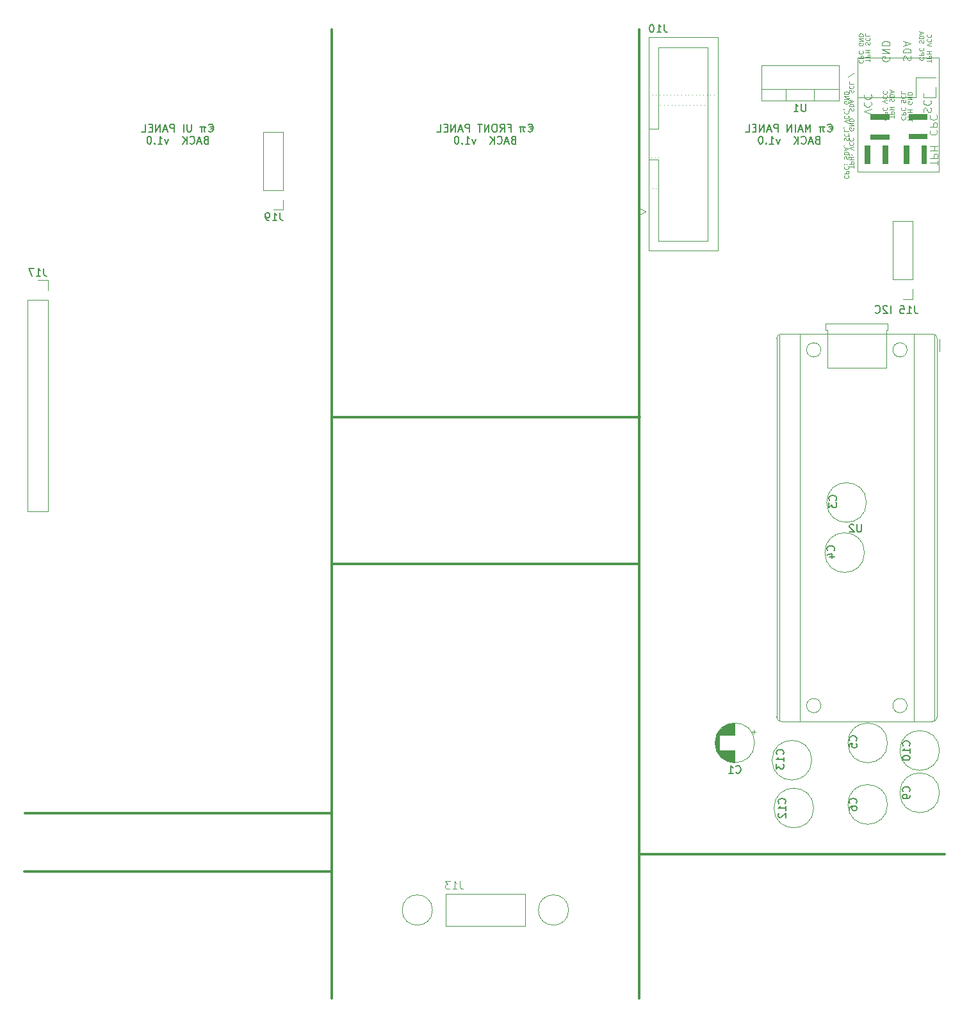
<source format=gbr>
%TF.GenerationSoftware,KiCad,Pcbnew,7.0.9*%
%TF.CreationDate,2023-12-03T16:54:20+01:00*%
%TF.ProjectId,euroPi-kicad,6575726f-5069-42d6-9b69-6361642e6b69,rev?*%
%TF.SameCoordinates,Original*%
%TF.FileFunction,Legend,Bot*%
%TF.FilePolarity,Positive*%
%FSLAX46Y46*%
G04 Gerber Fmt 4.6, Leading zero omitted, Abs format (unit mm)*
G04 Created by KiCad (PCBNEW 7.0.9) date 2023-12-03 16:54:20*
%MOMM*%
%LPD*%
G01*
G04 APERTURE LIST*
%ADD10C,0.300000*%
%ADD11C,0.150000*%
%ADD12C,0.100000*%
%ADD13C,0.120000*%
G04 APERTURE END LIST*
D10*
X81280000Y-136915000D02*
X121716800Y-136915000D01*
X162560000Y-25665000D02*
X162560000Y-153670000D01*
X121920000Y-25665000D02*
X121920000Y-153670000D01*
X81381600Y-129179000D02*
X121818400Y-129179000D01*
X122110500Y-76835000D02*
X162623500Y-76835000D01*
X121920000Y-96266000D02*
X162433000Y-96266000D01*
X162560000Y-134620000D02*
X202996800Y-134620000D01*
D11*
X148620952Y-38772866D02*
X148192381Y-38772866D01*
X148620952Y-38534771D02*
X148049524Y-38534771D01*
X147906667Y-39058580D02*
X147954286Y-39106200D01*
X147954286Y-39106200D02*
X148097143Y-39153819D01*
X148097143Y-39153819D02*
X148192381Y-39153819D01*
X148192381Y-39153819D02*
X148335238Y-39106200D01*
X148335238Y-39106200D02*
X148430476Y-39010961D01*
X148430476Y-39010961D02*
X148478095Y-38915723D01*
X148478095Y-38915723D02*
X148525714Y-38725247D01*
X148525714Y-38725247D02*
X148525714Y-38582390D01*
X148525714Y-38582390D02*
X148478095Y-38391914D01*
X148478095Y-38391914D02*
X148430476Y-38296676D01*
X148430476Y-38296676D02*
X148335238Y-38201438D01*
X148335238Y-38201438D02*
X148192381Y-38153819D01*
X148192381Y-38153819D02*
X148097143Y-38153819D01*
X148097143Y-38153819D02*
X147954286Y-38201438D01*
X147954286Y-38201438D02*
X147906667Y-38249057D01*
X146954286Y-38487152D02*
X146954286Y-39153819D01*
X147287619Y-38487152D02*
X147287619Y-39010961D01*
X147287619Y-39010961D02*
X147335238Y-39106200D01*
X147335238Y-39106200D02*
X147430476Y-39153819D01*
X146763810Y-38487152D02*
X147382857Y-38487152D01*
X147382857Y-38487152D02*
X147478095Y-38534771D01*
X147478095Y-38534771D02*
X147525714Y-38630009D01*
X145287619Y-38630009D02*
X145620952Y-38630009D01*
X145620952Y-39153819D02*
X145620952Y-38153819D01*
X145620952Y-38153819D02*
X145144762Y-38153819D01*
X144192381Y-39153819D02*
X144525714Y-38677628D01*
X144763809Y-39153819D02*
X144763809Y-38153819D01*
X144763809Y-38153819D02*
X144382857Y-38153819D01*
X144382857Y-38153819D02*
X144287619Y-38201438D01*
X144287619Y-38201438D02*
X144240000Y-38249057D01*
X144240000Y-38249057D02*
X144192381Y-38344295D01*
X144192381Y-38344295D02*
X144192381Y-38487152D01*
X144192381Y-38487152D02*
X144240000Y-38582390D01*
X144240000Y-38582390D02*
X144287619Y-38630009D01*
X144287619Y-38630009D02*
X144382857Y-38677628D01*
X144382857Y-38677628D02*
X144763809Y-38677628D01*
X143573333Y-38153819D02*
X143382857Y-38153819D01*
X143382857Y-38153819D02*
X143287619Y-38201438D01*
X143287619Y-38201438D02*
X143192381Y-38296676D01*
X143192381Y-38296676D02*
X143144762Y-38487152D01*
X143144762Y-38487152D02*
X143144762Y-38820485D01*
X143144762Y-38820485D02*
X143192381Y-39010961D01*
X143192381Y-39010961D02*
X143287619Y-39106200D01*
X143287619Y-39106200D02*
X143382857Y-39153819D01*
X143382857Y-39153819D02*
X143573333Y-39153819D01*
X143573333Y-39153819D02*
X143668571Y-39106200D01*
X143668571Y-39106200D02*
X143763809Y-39010961D01*
X143763809Y-39010961D02*
X143811428Y-38820485D01*
X143811428Y-38820485D02*
X143811428Y-38487152D01*
X143811428Y-38487152D02*
X143763809Y-38296676D01*
X143763809Y-38296676D02*
X143668571Y-38201438D01*
X143668571Y-38201438D02*
X143573333Y-38153819D01*
X142716190Y-39153819D02*
X142716190Y-38153819D01*
X142716190Y-38153819D02*
X142144762Y-39153819D01*
X142144762Y-39153819D02*
X142144762Y-38153819D01*
X141811428Y-38153819D02*
X141240000Y-38153819D01*
X141525714Y-39153819D02*
X141525714Y-38153819D01*
X140144761Y-39153819D02*
X140144761Y-38153819D01*
X140144761Y-38153819D02*
X139763809Y-38153819D01*
X139763809Y-38153819D02*
X139668571Y-38201438D01*
X139668571Y-38201438D02*
X139620952Y-38249057D01*
X139620952Y-38249057D02*
X139573333Y-38344295D01*
X139573333Y-38344295D02*
X139573333Y-38487152D01*
X139573333Y-38487152D02*
X139620952Y-38582390D01*
X139620952Y-38582390D02*
X139668571Y-38630009D01*
X139668571Y-38630009D02*
X139763809Y-38677628D01*
X139763809Y-38677628D02*
X140144761Y-38677628D01*
X139192380Y-38868104D02*
X138716190Y-38868104D01*
X139287618Y-39153819D02*
X138954285Y-38153819D01*
X138954285Y-38153819D02*
X138620952Y-39153819D01*
X138287618Y-39153819D02*
X138287618Y-38153819D01*
X138287618Y-38153819D02*
X137716190Y-39153819D01*
X137716190Y-39153819D02*
X137716190Y-38153819D01*
X137239999Y-38630009D02*
X136906666Y-38630009D01*
X136763809Y-39153819D02*
X137239999Y-39153819D01*
X137239999Y-39153819D02*
X137239999Y-38153819D01*
X137239999Y-38153819D02*
X136763809Y-38153819D01*
X135859047Y-39153819D02*
X136335237Y-39153819D01*
X136335237Y-39153819D02*
X136335237Y-38153819D01*
X145930476Y-40240009D02*
X145787619Y-40287628D01*
X145787619Y-40287628D02*
X145740000Y-40335247D01*
X145740000Y-40335247D02*
X145692381Y-40430485D01*
X145692381Y-40430485D02*
X145692381Y-40573342D01*
X145692381Y-40573342D02*
X145740000Y-40668580D01*
X145740000Y-40668580D02*
X145787619Y-40716200D01*
X145787619Y-40716200D02*
X145882857Y-40763819D01*
X145882857Y-40763819D02*
X146263809Y-40763819D01*
X146263809Y-40763819D02*
X146263809Y-39763819D01*
X146263809Y-39763819D02*
X145930476Y-39763819D01*
X145930476Y-39763819D02*
X145835238Y-39811438D01*
X145835238Y-39811438D02*
X145787619Y-39859057D01*
X145787619Y-39859057D02*
X145740000Y-39954295D01*
X145740000Y-39954295D02*
X145740000Y-40049533D01*
X145740000Y-40049533D02*
X145787619Y-40144771D01*
X145787619Y-40144771D02*
X145835238Y-40192390D01*
X145835238Y-40192390D02*
X145930476Y-40240009D01*
X145930476Y-40240009D02*
X146263809Y-40240009D01*
X145311428Y-40478104D02*
X144835238Y-40478104D01*
X145406666Y-40763819D02*
X145073333Y-39763819D01*
X145073333Y-39763819D02*
X144740000Y-40763819D01*
X143835238Y-40668580D02*
X143882857Y-40716200D01*
X143882857Y-40716200D02*
X144025714Y-40763819D01*
X144025714Y-40763819D02*
X144120952Y-40763819D01*
X144120952Y-40763819D02*
X144263809Y-40716200D01*
X144263809Y-40716200D02*
X144359047Y-40620961D01*
X144359047Y-40620961D02*
X144406666Y-40525723D01*
X144406666Y-40525723D02*
X144454285Y-40335247D01*
X144454285Y-40335247D02*
X144454285Y-40192390D01*
X144454285Y-40192390D02*
X144406666Y-40001914D01*
X144406666Y-40001914D02*
X144359047Y-39906676D01*
X144359047Y-39906676D02*
X144263809Y-39811438D01*
X144263809Y-39811438D02*
X144120952Y-39763819D01*
X144120952Y-39763819D02*
X144025714Y-39763819D01*
X144025714Y-39763819D02*
X143882857Y-39811438D01*
X143882857Y-39811438D02*
X143835238Y-39859057D01*
X143406666Y-40763819D02*
X143406666Y-39763819D01*
X142835238Y-40763819D02*
X143263809Y-40192390D01*
X142835238Y-39763819D02*
X143406666Y-40335247D01*
X140978094Y-40097152D02*
X140739999Y-40763819D01*
X140739999Y-40763819D02*
X140501904Y-40097152D01*
X139597142Y-40763819D02*
X140168570Y-40763819D01*
X139882856Y-40763819D02*
X139882856Y-39763819D01*
X139882856Y-39763819D02*
X139978094Y-39906676D01*
X139978094Y-39906676D02*
X140073332Y-40001914D01*
X140073332Y-40001914D02*
X140168570Y-40049533D01*
X139168570Y-40668580D02*
X139120951Y-40716200D01*
X139120951Y-40716200D02*
X139168570Y-40763819D01*
X139168570Y-40763819D02*
X139216189Y-40716200D01*
X139216189Y-40716200D02*
X139168570Y-40668580D01*
X139168570Y-40668580D02*
X139168570Y-40763819D01*
X138501904Y-39763819D02*
X138406666Y-39763819D01*
X138406666Y-39763819D02*
X138311428Y-39811438D01*
X138311428Y-39811438D02*
X138263809Y-39859057D01*
X138263809Y-39859057D02*
X138216190Y-39954295D01*
X138216190Y-39954295D02*
X138168571Y-40144771D01*
X138168571Y-40144771D02*
X138168571Y-40382866D01*
X138168571Y-40382866D02*
X138216190Y-40573342D01*
X138216190Y-40573342D02*
X138263809Y-40668580D01*
X138263809Y-40668580D02*
X138311428Y-40716200D01*
X138311428Y-40716200D02*
X138406666Y-40763819D01*
X138406666Y-40763819D02*
X138501904Y-40763819D01*
X138501904Y-40763819D02*
X138597142Y-40716200D01*
X138597142Y-40716200D02*
X138644761Y-40668580D01*
X138644761Y-40668580D02*
X138692380Y-40573342D01*
X138692380Y-40573342D02*
X138739999Y-40382866D01*
X138739999Y-40382866D02*
X138739999Y-40144771D01*
X138739999Y-40144771D02*
X138692380Y-39954295D01*
X138692380Y-39954295D02*
X138644761Y-39859057D01*
X138644761Y-39859057D02*
X138597142Y-39811438D01*
X138597142Y-39811438D02*
X138501904Y-39763819D01*
X106385713Y-38772866D02*
X105957142Y-38772866D01*
X106385713Y-38534771D02*
X105814285Y-38534771D01*
X105671428Y-39058580D02*
X105719047Y-39106200D01*
X105719047Y-39106200D02*
X105861904Y-39153819D01*
X105861904Y-39153819D02*
X105957142Y-39153819D01*
X105957142Y-39153819D02*
X106099999Y-39106200D01*
X106099999Y-39106200D02*
X106195237Y-39010961D01*
X106195237Y-39010961D02*
X106242856Y-38915723D01*
X106242856Y-38915723D02*
X106290475Y-38725247D01*
X106290475Y-38725247D02*
X106290475Y-38582390D01*
X106290475Y-38582390D02*
X106242856Y-38391914D01*
X106242856Y-38391914D02*
X106195237Y-38296676D01*
X106195237Y-38296676D02*
X106099999Y-38201438D01*
X106099999Y-38201438D02*
X105957142Y-38153819D01*
X105957142Y-38153819D02*
X105861904Y-38153819D01*
X105861904Y-38153819D02*
X105719047Y-38201438D01*
X105719047Y-38201438D02*
X105671428Y-38249057D01*
X104719047Y-38487152D02*
X104719047Y-39153819D01*
X105052380Y-38487152D02*
X105052380Y-39010961D01*
X105052380Y-39010961D02*
X105099999Y-39106200D01*
X105099999Y-39106200D02*
X105195237Y-39153819D01*
X104528571Y-38487152D02*
X105147618Y-38487152D01*
X105147618Y-38487152D02*
X105242856Y-38534771D01*
X105242856Y-38534771D02*
X105290475Y-38630009D01*
X103385713Y-38153819D02*
X103385713Y-38963342D01*
X103385713Y-38963342D02*
X103338094Y-39058580D01*
X103338094Y-39058580D02*
X103290475Y-39106200D01*
X103290475Y-39106200D02*
X103195237Y-39153819D01*
X103195237Y-39153819D02*
X103004761Y-39153819D01*
X103004761Y-39153819D02*
X102909523Y-39106200D01*
X102909523Y-39106200D02*
X102861904Y-39058580D01*
X102861904Y-39058580D02*
X102814285Y-38963342D01*
X102814285Y-38963342D02*
X102814285Y-38153819D01*
X102338094Y-39153819D02*
X102338094Y-38153819D01*
X101099999Y-39153819D02*
X101099999Y-38153819D01*
X101099999Y-38153819D02*
X100719047Y-38153819D01*
X100719047Y-38153819D02*
X100623809Y-38201438D01*
X100623809Y-38201438D02*
X100576190Y-38249057D01*
X100576190Y-38249057D02*
X100528571Y-38344295D01*
X100528571Y-38344295D02*
X100528571Y-38487152D01*
X100528571Y-38487152D02*
X100576190Y-38582390D01*
X100576190Y-38582390D02*
X100623809Y-38630009D01*
X100623809Y-38630009D02*
X100719047Y-38677628D01*
X100719047Y-38677628D02*
X101099999Y-38677628D01*
X100147618Y-38868104D02*
X99671428Y-38868104D01*
X100242856Y-39153819D02*
X99909523Y-38153819D01*
X99909523Y-38153819D02*
X99576190Y-39153819D01*
X99242856Y-39153819D02*
X99242856Y-38153819D01*
X99242856Y-38153819D02*
X98671428Y-39153819D01*
X98671428Y-39153819D02*
X98671428Y-38153819D01*
X98195237Y-38630009D02*
X97861904Y-38630009D01*
X97719047Y-39153819D02*
X98195237Y-39153819D01*
X98195237Y-39153819D02*
X98195237Y-38153819D01*
X98195237Y-38153819D02*
X97719047Y-38153819D01*
X96814285Y-39153819D02*
X97290475Y-39153819D01*
X97290475Y-39153819D02*
X97290475Y-38153819D01*
X105290476Y-40240009D02*
X105147619Y-40287628D01*
X105147619Y-40287628D02*
X105100000Y-40335247D01*
X105100000Y-40335247D02*
X105052381Y-40430485D01*
X105052381Y-40430485D02*
X105052381Y-40573342D01*
X105052381Y-40573342D02*
X105100000Y-40668580D01*
X105100000Y-40668580D02*
X105147619Y-40716200D01*
X105147619Y-40716200D02*
X105242857Y-40763819D01*
X105242857Y-40763819D02*
X105623809Y-40763819D01*
X105623809Y-40763819D02*
X105623809Y-39763819D01*
X105623809Y-39763819D02*
X105290476Y-39763819D01*
X105290476Y-39763819D02*
X105195238Y-39811438D01*
X105195238Y-39811438D02*
X105147619Y-39859057D01*
X105147619Y-39859057D02*
X105100000Y-39954295D01*
X105100000Y-39954295D02*
X105100000Y-40049533D01*
X105100000Y-40049533D02*
X105147619Y-40144771D01*
X105147619Y-40144771D02*
X105195238Y-40192390D01*
X105195238Y-40192390D02*
X105290476Y-40240009D01*
X105290476Y-40240009D02*
X105623809Y-40240009D01*
X104671428Y-40478104D02*
X104195238Y-40478104D01*
X104766666Y-40763819D02*
X104433333Y-39763819D01*
X104433333Y-39763819D02*
X104100000Y-40763819D01*
X103195238Y-40668580D02*
X103242857Y-40716200D01*
X103242857Y-40716200D02*
X103385714Y-40763819D01*
X103385714Y-40763819D02*
X103480952Y-40763819D01*
X103480952Y-40763819D02*
X103623809Y-40716200D01*
X103623809Y-40716200D02*
X103719047Y-40620961D01*
X103719047Y-40620961D02*
X103766666Y-40525723D01*
X103766666Y-40525723D02*
X103814285Y-40335247D01*
X103814285Y-40335247D02*
X103814285Y-40192390D01*
X103814285Y-40192390D02*
X103766666Y-40001914D01*
X103766666Y-40001914D02*
X103719047Y-39906676D01*
X103719047Y-39906676D02*
X103623809Y-39811438D01*
X103623809Y-39811438D02*
X103480952Y-39763819D01*
X103480952Y-39763819D02*
X103385714Y-39763819D01*
X103385714Y-39763819D02*
X103242857Y-39811438D01*
X103242857Y-39811438D02*
X103195238Y-39859057D01*
X102766666Y-40763819D02*
X102766666Y-39763819D01*
X102195238Y-40763819D02*
X102623809Y-40192390D01*
X102195238Y-39763819D02*
X102766666Y-40335247D01*
X100338094Y-40097152D02*
X100099999Y-40763819D01*
X100099999Y-40763819D02*
X99861904Y-40097152D01*
X98957142Y-40763819D02*
X99528570Y-40763819D01*
X99242856Y-40763819D02*
X99242856Y-39763819D01*
X99242856Y-39763819D02*
X99338094Y-39906676D01*
X99338094Y-39906676D02*
X99433332Y-40001914D01*
X99433332Y-40001914D02*
X99528570Y-40049533D01*
X98528570Y-40668580D02*
X98480951Y-40716200D01*
X98480951Y-40716200D02*
X98528570Y-40763819D01*
X98528570Y-40763819D02*
X98576189Y-40716200D01*
X98576189Y-40716200D02*
X98528570Y-40668580D01*
X98528570Y-40668580D02*
X98528570Y-40763819D01*
X97861904Y-39763819D02*
X97766666Y-39763819D01*
X97766666Y-39763819D02*
X97671428Y-39811438D01*
X97671428Y-39811438D02*
X97623809Y-39859057D01*
X97623809Y-39859057D02*
X97576190Y-39954295D01*
X97576190Y-39954295D02*
X97528571Y-40144771D01*
X97528571Y-40144771D02*
X97528571Y-40382866D01*
X97528571Y-40382866D02*
X97576190Y-40573342D01*
X97576190Y-40573342D02*
X97623809Y-40668580D01*
X97623809Y-40668580D02*
X97671428Y-40716200D01*
X97671428Y-40716200D02*
X97766666Y-40763819D01*
X97766666Y-40763819D02*
X97861904Y-40763819D01*
X97861904Y-40763819D02*
X97957142Y-40716200D01*
X97957142Y-40716200D02*
X98004761Y-40668580D01*
X98004761Y-40668580D02*
X98052380Y-40573342D01*
X98052380Y-40573342D02*
X98099999Y-40382866D01*
X98099999Y-40382866D02*
X98099999Y-40144771D01*
X98099999Y-40144771D02*
X98052380Y-39954295D01*
X98052380Y-39954295D02*
X98004761Y-39859057D01*
X98004761Y-39859057D02*
X97957142Y-39811438D01*
X97957142Y-39811438D02*
X97861904Y-39763819D01*
X188217713Y-38772866D02*
X187789142Y-38772866D01*
X188217713Y-38534771D02*
X187646285Y-38534771D01*
X187503428Y-39058580D02*
X187551047Y-39106200D01*
X187551047Y-39106200D02*
X187693904Y-39153819D01*
X187693904Y-39153819D02*
X187789142Y-39153819D01*
X187789142Y-39153819D02*
X187931999Y-39106200D01*
X187931999Y-39106200D02*
X188027237Y-39010961D01*
X188027237Y-39010961D02*
X188074856Y-38915723D01*
X188074856Y-38915723D02*
X188122475Y-38725247D01*
X188122475Y-38725247D02*
X188122475Y-38582390D01*
X188122475Y-38582390D02*
X188074856Y-38391914D01*
X188074856Y-38391914D02*
X188027237Y-38296676D01*
X188027237Y-38296676D02*
X187931999Y-38201438D01*
X187931999Y-38201438D02*
X187789142Y-38153819D01*
X187789142Y-38153819D02*
X187693904Y-38153819D01*
X187693904Y-38153819D02*
X187551047Y-38201438D01*
X187551047Y-38201438D02*
X187503428Y-38249057D01*
X186551047Y-38487152D02*
X186551047Y-39153819D01*
X186884380Y-38487152D02*
X186884380Y-39010961D01*
X186884380Y-39010961D02*
X186931999Y-39106200D01*
X186931999Y-39106200D02*
X187027237Y-39153819D01*
X186360571Y-38487152D02*
X186979618Y-38487152D01*
X186979618Y-38487152D02*
X187074856Y-38534771D01*
X187074856Y-38534771D02*
X187122475Y-38630009D01*
X185217713Y-39153819D02*
X185217713Y-38153819D01*
X185217713Y-38153819D02*
X184884380Y-38868104D01*
X184884380Y-38868104D02*
X184551047Y-38153819D01*
X184551047Y-38153819D02*
X184551047Y-39153819D01*
X184122475Y-38868104D02*
X183646285Y-38868104D01*
X184217713Y-39153819D02*
X183884380Y-38153819D01*
X183884380Y-38153819D02*
X183551047Y-39153819D01*
X183217713Y-39153819D02*
X183217713Y-38153819D01*
X182741523Y-39153819D02*
X182741523Y-38153819D01*
X182741523Y-38153819D02*
X182170095Y-39153819D01*
X182170095Y-39153819D02*
X182170095Y-38153819D01*
X180931999Y-39153819D02*
X180931999Y-38153819D01*
X180931999Y-38153819D02*
X180551047Y-38153819D01*
X180551047Y-38153819D02*
X180455809Y-38201438D01*
X180455809Y-38201438D02*
X180408190Y-38249057D01*
X180408190Y-38249057D02*
X180360571Y-38344295D01*
X180360571Y-38344295D02*
X180360571Y-38487152D01*
X180360571Y-38487152D02*
X180408190Y-38582390D01*
X180408190Y-38582390D02*
X180455809Y-38630009D01*
X180455809Y-38630009D02*
X180551047Y-38677628D01*
X180551047Y-38677628D02*
X180931999Y-38677628D01*
X179979618Y-38868104D02*
X179503428Y-38868104D01*
X180074856Y-39153819D02*
X179741523Y-38153819D01*
X179741523Y-38153819D02*
X179408190Y-39153819D01*
X179074856Y-39153819D02*
X179074856Y-38153819D01*
X179074856Y-38153819D02*
X178503428Y-39153819D01*
X178503428Y-39153819D02*
X178503428Y-38153819D01*
X178027237Y-38630009D02*
X177693904Y-38630009D01*
X177551047Y-39153819D02*
X178027237Y-39153819D01*
X178027237Y-39153819D02*
X178027237Y-38153819D01*
X178027237Y-38153819D02*
X177551047Y-38153819D01*
X176646285Y-39153819D02*
X177122475Y-39153819D01*
X177122475Y-39153819D02*
X177122475Y-38153819D01*
X186122476Y-40240009D02*
X185979619Y-40287628D01*
X185979619Y-40287628D02*
X185932000Y-40335247D01*
X185932000Y-40335247D02*
X185884381Y-40430485D01*
X185884381Y-40430485D02*
X185884381Y-40573342D01*
X185884381Y-40573342D02*
X185932000Y-40668580D01*
X185932000Y-40668580D02*
X185979619Y-40716200D01*
X185979619Y-40716200D02*
X186074857Y-40763819D01*
X186074857Y-40763819D02*
X186455809Y-40763819D01*
X186455809Y-40763819D02*
X186455809Y-39763819D01*
X186455809Y-39763819D02*
X186122476Y-39763819D01*
X186122476Y-39763819D02*
X186027238Y-39811438D01*
X186027238Y-39811438D02*
X185979619Y-39859057D01*
X185979619Y-39859057D02*
X185932000Y-39954295D01*
X185932000Y-39954295D02*
X185932000Y-40049533D01*
X185932000Y-40049533D02*
X185979619Y-40144771D01*
X185979619Y-40144771D02*
X186027238Y-40192390D01*
X186027238Y-40192390D02*
X186122476Y-40240009D01*
X186122476Y-40240009D02*
X186455809Y-40240009D01*
X185503428Y-40478104D02*
X185027238Y-40478104D01*
X185598666Y-40763819D02*
X185265333Y-39763819D01*
X185265333Y-39763819D02*
X184932000Y-40763819D01*
X184027238Y-40668580D02*
X184074857Y-40716200D01*
X184074857Y-40716200D02*
X184217714Y-40763819D01*
X184217714Y-40763819D02*
X184312952Y-40763819D01*
X184312952Y-40763819D02*
X184455809Y-40716200D01*
X184455809Y-40716200D02*
X184551047Y-40620961D01*
X184551047Y-40620961D02*
X184598666Y-40525723D01*
X184598666Y-40525723D02*
X184646285Y-40335247D01*
X184646285Y-40335247D02*
X184646285Y-40192390D01*
X184646285Y-40192390D02*
X184598666Y-40001914D01*
X184598666Y-40001914D02*
X184551047Y-39906676D01*
X184551047Y-39906676D02*
X184455809Y-39811438D01*
X184455809Y-39811438D02*
X184312952Y-39763819D01*
X184312952Y-39763819D02*
X184217714Y-39763819D01*
X184217714Y-39763819D02*
X184074857Y-39811438D01*
X184074857Y-39811438D02*
X184027238Y-39859057D01*
X183598666Y-40763819D02*
X183598666Y-39763819D01*
X183027238Y-40763819D02*
X183455809Y-40192390D01*
X183027238Y-39763819D02*
X183598666Y-40335247D01*
X181170094Y-40097152D02*
X180931999Y-40763819D01*
X180931999Y-40763819D02*
X180693904Y-40097152D01*
X179789142Y-40763819D02*
X180360570Y-40763819D01*
X180074856Y-40763819D02*
X180074856Y-39763819D01*
X180074856Y-39763819D02*
X180170094Y-39906676D01*
X180170094Y-39906676D02*
X180265332Y-40001914D01*
X180265332Y-40001914D02*
X180360570Y-40049533D01*
X179360570Y-40668580D02*
X179312951Y-40716200D01*
X179312951Y-40716200D02*
X179360570Y-40763819D01*
X179360570Y-40763819D02*
X179408189Y-40716200D01*
X179408189Y-40716200D02*
X179360570Y-40668580D01*
X179360570Y-40668580D02*
X179360570Y-40763819D01*
X178693904Y-39763819D02*
X178598666Y-39763819D01*
X178598666Y-39763819D02*
X178503428Y-39811438D01*
X178503428Y-39811438D02*
X178455809Y-39859057D01*
X178455809Y-39859057D02*
X178408190Y-39954295D01*
X178408190Y-39954295D02*
X178360571Y-40144771D01*
X178360571Y-40144771D02*
X178360571Y-40382866D01*
X178360571Y-40382866D02*
X178408190Y-40573342D01*
X178408190Y-40573342D02*
X178455809Y-40668580D01*
X178455809Y-40668580D02*
X178503428Y-40716200D01*
X178503428Y-40716200D02*
X178598666Y-40763819D01*
X178598666Y-40763819D02*
X178693904Y-40763819D01*
X178693904Y-40763819D02*
X178789142Y-40716200D01*
X178789142Y-40716200D02*
X178836761Y-40668580D01*
X178836761Y-40668580D02*
X178884380Y-40573342D01*
X178884380Y-40573342D02*
X178931999Y-40382866D01*
X178931999Y-40382866D02*
X178931999Y-40144771D01*
X178931999Y-40144771D02*
X178884380Y-39954295D01*
X178884380Y-39954295D02*
X178836761Y-39859057D01*
X178836761Y-39859057D02*
X178789142Y-39811438D01*
X178789142Y-39811438D02*
X178693904Y-39763819D01*
X195811220Y-63115819D02*
X195811220Y-62115819D01*
X195382649Y-62211057D02*
X195335030Y-62163438D01*
X195335030Y-62163438D02*
X195239792Y-62115819D01*
X195239792Y-62115819D02*
X195001697Y-62115819D01*
X195001697Y-62115819D02*
X194906459Y-62163438D01*
X194906459Y-62163438D02*
X194858840Y-62211057D01*
X194858840Y-62211057D02*
X194811221Y-62306295D01*
X194811221Y-62306295D02*
X194811221Y-62401533D01*
X194811221Y-62401533D02*
X194858840Y-62544390D01*
X194858840Y-62544390D02*
X195430268Y-63115819D01*
X195430268Y-63115819D02*
X194811221Y-63115819D01*
X193811221Y-63020580D02*
X193858840Y-63068200D01*
X193858840Y-63068200D02*
X194001697Y-63115819D01*
X194001697Y-63115819D02*
X194096935Y-63115819D01*
X194096935Y-63115819D02*
X194239792Y-63068200D01*
X194239792Y-63068200D02*
X194335030Y-62972961D01*
X194335030Y-62972961D02*
X194382649Y-62877723D01*
X194382649Y-62877723D02*
X194430268Y-62687247D01*
X194430268Y-62687247D02*
X194430268Y-62544390D01*
X194430268Y-62544390D02*
X194382649Y-62353914D01*
X194382649Y-62353914D02*
X194335030Y-62258676D01*
X194335030Y-62258676D02*
X194239792Y-62163438D01*
X194239792Y-62163438D02*
X194096935Y-62115819D01*
X194096935Y-62115819D02*
X194001697Y-62115819D01*
X194001697Y-62115819D02*
X193858840Y-62163438D01*
X193858840Y-62163438D02*
X193811221Y-62211057D01*
X175381779Y-123803580D02*
X175429398Y-123851200D01*
X175429398Y-123851200D02*
X175572255Y-123898819D01*
X175572255Y-123898819D02*
X175667493Y-123898819D01*
X175667493Y-123898819D02*
X175810350Y-123851200D01*
X175810350Y-123851200D02*
X175905588Y-123755961D01*
X175905588Y-123755961D02*
X175953207Y-123660723D01*
X175953207Y-123660723D02*
X176000826Y-123470247D01*
X176000826Y-123470247D02*
X176000826Y-123327390D01*
X176000826Y-123327390D02*
X175953207Y-123136914D01*
X175953207Y-123136914D02*
X175905588Y-123041676D01*
X175905588Y-123041676D02*
X175810350Y-122946438D01*
X175810350Y-122946438D02*
X175667493Y-122898819D01*
X175667493Y-122898819D02*
X175572255Y-122898819D01*
X175572255Y-122898819D02*
X175429398Y-122946438D01*
X175429398Y-122946438D02*
X175381779Y-122994057D01*
X174429398Y-123898819D02*
X175000826Y-123898819D01*
X174715112Y-123898819D02*
X174715112Y-122898819D01*
X174715112Y-122898819D02*
X174810350Y-123041676D01*
X174810350Y-123041676D02*
X174905588Y-123136914D01*
X174905588Y-123136914D02*
X175000826Y-123184533D01*
D12*
X138909323Y-138189719D02*
X138909323Y-138904004D01*
X138909323Y-138904004D02*
X138956942Y-139046861D01*
X138956942Y-139046861D02*
X139052180Y-139142100D01*
X139052180Y-139142100D02*
X139195037Y-139189719D01*
X139195037Y-139189719D02*
X139290275Y-139189719D01*
X137909323Y-139189719D02*
X138480751Y-139189719D01*
X138195037Y-139189719D02*
X138195037Y-138189719D01*
X138195037Y-138189719D02*
X138290275Y-138332576D01*
X138290275Y-138332576D02*
X138385513Y-138427814D01*
X138385513Y-138427814D02*
X138480751Y-138475433D01*
X137575989Y-138189719D02*
X136956942Y-138189719D01*
X136956942Y-138189719D02*
X137290275Y-138570671D01*
X137290275Y-138570671D02*
X137147418Y-138570671D01*
X137147418Y-138570671D02*
X137052180Y-138618290D01*
X137052180Y-138618290D02*
X137004561Y-138665909D01*
X137004561Y-138665909D02*
X136956942Y-138761147D01*
X136956942Y-138761147D02*
X136956942Y-138999242D01*
X136956942Y-138999242D02*
X137004561Y-139094480D01*
X137004561Y-139094480D02*
X137052180Y-139142100D01*
X137052180Y-139142100D02*
X137147418Y-139189719D01*
X137147418Y-139189719D02*
X137433132Y-139189719D01*
X137433132Y-139189719D02*
X137528370Y-139142100D01*
X137528370Y-139142100D02*
X137575989Y-139094480D01*
X190924628Y-43946068D02*
X190924628Y-43603211D01*
X190324628Y-43774639D02*
X190924628Y-43774639D01*
X190324628Y-43403210D02*
X190924628Y-43403210D01*
X190924628Y-43403210D02*
X190924628Y-43174639D01*
X190924628Y-43174639D02*
X190896057Y-43117496D01*
X190896057Y-43117496D02*
X190867485Y-43088925D01*
X190867485Y-43088925D02*
X190810342Y-43060353D01*
X190810342Y-43060353D02*
X190724628Y-43060353D01*
X190724628Y-43060353D02*
X190667485Y-43088925D01*
X190667485Y-43088925D02*
X190638914Y-43117496D01*
X190638914Y-43117496D02*
X190610342Y-43174639D01*
X190610342Y-43174639D02*
X190610342Y-43403210D01*
X190324628Y-42803210D02*
X190924628Y-42803210D01*
X190638914Y-42803210D02*
X190638914Y-42460353D01*
X190324628Y-42460353D02*
X190924628Y-42460353D01*
X190381771Y-42174639D02*
X190353200Y-42146068D01*
X190353200Y-42146068D02*
X190324628Y-42174639D01*
X190324628Y-42174639D02*
X190353200Y-42203211D01*
X190353200Y-42203211D02*
X190381771Y-42174639D01*
X190381771Y-42174639D02*
X190324628Y-42174639D01*
X190696057Y-42174639D02*
X190667485Y-42146068D01*
X190667485Y-42146068D02*
X190638914Y-42174639D01*
X190638914Y-42174639D02*
X190667485Y-42203211D01*
X190667485Y-42203211D02*
X190696057Y-42174639D01*
X190696057Y-42174639D02*
X190638914Y-42174639D01*
X190924628Y-41517497D02*
X190324628Y-41317497D01*
X190324628Y-41317497D02*
X190924628Y-41117497D01*
X190381771Y-40574639D02*
X190353200Y-40603211D01*
X190353200Y-40603211D02*
X190324628Y-40688925D01*
X190324628Y-40688925D02*
X190324628Y-40746068D01*
X190324628Y-40746068D02*
X190353200Y-40831782D01*
X190353200Y-40831782D02*
X190410342Y-40888925D01*
X190410342Y-40888925D02*
X190467485Y-40917496D01*
X190467485Y-40917496D02*
X190581771Y-40946068D01*
X190581771Y-40946068D02*
X190667485Y-40946068D01*
X190667485Y-40946068D02*
X190781771Y-40917496D01*
X190781771Y-40917496D02*
X190838914Y-40888925D01*
X190838914Y-40888925D02*
X190896057Y-40831782D01*
X190896057Y-40831782D02*
X190924628Y-40746068D01*
X190924628Y-40746068D02*
X190924628Y-40688925D01*
X190924628Y-40688925D02*
X190896057Y-40603211D01*
X190896057Y-40603211D02*
X190867485Y-40574639D01*
X190381771Y-39974639D02*
X190353200Y-40003211D01*
X190353200Y-40003211D02*
X190324628Y-40088925D01*
X190324628Y-40088925D02*
X190324628Y-40146068D01*
X190324628Y-40146068D02*
X190353200Y-40231782D01*
X190353200Y-40231782D02*
X190410342Y-40288925D01*
X190410342Y-40288925D02*
X190467485Y-40317496D01*
X190467485Y-40317496D02*
X190581771Y-40346068D01*
X190581771Y-40346068D02*
X190667485Y-40346068D01*
X190667485Y-40346068D02*
X190781771Y-40317496D01*
X190781771Y-40317496D02*
X190838914Y-40288925D01*
X190838914Y-40288925D02*
X190896057Y-40231782D01*
X190896057Y-40231782D02*
X190924628Y-40146068D01*
X190924628Y-40146068D02*
X190924628Y-40088925D01*
X190924628Y-40088925D02*
X190896057Y-40003211D01*
X190896057Y-40003211D02*
X190867485Y-39974639D01*
X190353200Y-39688925D02*
X190324628Y-39688925D01*
X190324628Y-39688925D02*
X190267485Y-39717496D01*
X190267485Y-39717496D02*
X190238914Y-39746068D01*
X190896057Y-38660354D02*
X190924628Y-38717497D01*
X190924628Y-38717497D02*
X190924628Y-38803211D01*
X190924628Y-38803211D02*
X190896057Y-38888925D01*
X190896057Y-38888925D02*
X190838914Y-38946068D01*
X190838914Y-38946068D02*
X190781771Y-38974639D01*
X190781771Y-38974639D02*
X190667485Y-39003211D01*
X190667485Y-39003211D02*
X190581771Y-39003211D01*
X190581771Y-39003211D02*
X190467485Y-38974639D01*
X190467485Y-38974639D02*
X190410342Y-38946068D01*
X190410342Y-38946068D02*
X190353200Y-38888925D01*
X190353200Y-38888925D02*
X190324628Y-38803211D01*
X190324628Y-38803211D02*
X190324628Y-38746068D01*
X190324628Y-38746068D02*
X190353200Y-38660354D01*
X190353200Y-38660354D02*
X190381771Y-38631782D01*
X190381771Y-38631782D02*
X190581771Y-38631782D01*
X190581771Y-38631782D02*
X190581771Y-38746068D01*
X190324628Y-38374639D02*
X190924628Y-38374639D01*
X190924628Y-38374639D02*
X190324628Y-38031782D01*
X190324628Y-38031782D02*
X190924628Y-38031782D01*
X190324628Y-37746068D02*
X190924628Y-37746068D01*
X190924628Y-37746068D02*
X190924628Y-37603211D01*
X190924628Y-37603211D02*
X190896057Y-37517497D01*
X190896057Y-37517497D02*
X190838914Y-37460354D01*
X190838914Y-37460354D02*
X190781771Y-37431783D01*
X190781771Y-37431783D02*
X190667485Y-37403211D01*
X190667485Y-37403211D02*
X190581771Y-37403211D01*
X190581771Y-37403211D02*
X190467485Y-37431783D01*
X190467485Y-37431783D02*
X190410342Y-37460354D01*
X190410342Y-37460354D02*
X190353200Y-37517497D01*
X190353200Y-37517497D02*
X190324628Y-37603211D01*
X190324628Y-37603211D02*
X190324628Y-37746068D01*
X190353200Y-37117497D02*
X190324628Y-37117497D01*
X190324628Y-37117497D02*
X190267485Y-37146068D01*
X190267485Y-37146068D02*
X190238914Y-37174640D01*
X190353200Y-36431783D02*
X190324628Y-36346069D01*
X190324628Y-36346069D02*
X190324628Y-36203211D01*
X190324628Y-36203211D02*
X190353200Y-36146069D01*
X190353200Y-36146069D02*
X190381771Y-36117497D01*
X190381771Y-36117497D02*
X190438914Y-36088926D01*
X190438914Y-36088926D02*
X190496057Y-36088926D01*
X190496057Y-36088926D02*
X190553200Y-36117497D01*
X190553200Y-36117497D02*
X190581771Y-36146069D01*
X190581771Y-36146069D02*
X190610342Y-36203211D01*
X190610342Y-36203211D02*
X190638914Y-36317497D01*
X190638914Y-36317497D02*
X190667485Y-36374640D01*
X190667485Y-36374640D02*
X190696057Y-36403211D01*
X190696057Y-36403211D02*
X190753200Y-36431783D01*
X190753200Y-36431783D02*
X190810342Y-36431783D01*
X190810342Y-36431783D02*
X190867485Y-36403211D01*
X190867485Y-36403211D02*
X190896057Y-36374640D01*
X190896057Y-36374640D02*
X190924628Y-36317497D01*
X190924628Y-36317497D02*
X190924628Y-36174640D01*
X190924628Y-36174640D02*
X190896057Y-36088926D01*
X190324628Y-35831782D02*
X190924628Y-35831782D01*
X190924628Y-35831782D02*
X190924628Y-35688925D01*
X190924628Y-35688925D02*
X190896057Y-35603211D01*
X190896057Y-35603211D02*
X190838914Y-35546068D01*
X190838914Y-35546068D02*
X190781771Y-35517497D01*
X190781771Y-35517497D02*
X190667485Y-35488925D01*
X190667485Y-35488925D02*
X190581771Y-35488925D01*
X190581771Y-35488925D02*
X190467485Y-35517497D01*
X190467485Y-35517497D02*
X190410342Y-35546068D01*
X190410342Y-35546068D02*
X190353200Y-35603211D01*
X190353200Y-35603211D02*
X190324628Y-35688925D01*
X190324628Y-35688925D02*
X190324628Y-35831782D01*
X190496057Y-35260354D02*
X190496057Y-34974640D01*
X190324628Y-35317497D02*
X190924628Y-35117497D01*
X190924628Y-35117497D02*
X190324628Y-34917497D01*
X190353200Y-34688925D02*
X190324628Y-34688925D01*
X190324628Y-34688925D02*
X190267485Y-34717496D01*
X190267485Y-34717496D02*
X190238914Y-34746068D01*
X190353200Y-34003211D02*
X190324628Y-33917497D01*
X190324628Y-33917497D02*
X190324628Y-33774639D01*
X190324628Y-33774639D02*
X190353200Y-33717497D01*
X190353200Y-33717497D02*
X190381771Y-33688925D01*
X190381771Y-33688925D02*
X190438914Y-33660354D01*
X190438914Y-33660354D02*
X190496057Y-33660354D01*
X190496057Y-33660354D02*
X190553200Y-33688925D01*
X190553200Y-33688925D02*
X190581771Y-33717497D01*
X190581771Y-33717497D02*
X190610342Y-33774639D01*
X190610342Y-33774639D02*
X190638914Y-33888925D01*
X190638914Y-33888925D02*
X190667485Y-33946068D01*
X190667485Y-33946068D02*
X190696057Y-33974639D01*
X190696057Y-33974639D02*
X190753200Y-34003211D01*
X190753200Y-34003211D02*
X190810342Y-34003211D01*
X190810342Y-34003211D02*
X190867485Y-33974639D01*
X190867485Y-33974639D02*
X190896057Y-33946068D01*
X190896057Y-33946068D02*
X190924628Y-33888925D01*
X190924628Y-33888925D02*
X190924628Y-33746068D01*
X190924628Y-33746068D02*
X190896057Y-33660354D01*
X190381771Y-33060353D02*
X190353200Y-33088925D01*
X190353200Y-33088925D02*
X190324628Y-33174639D01*
X190324628Y-33174639D02*
X190324628Y-33231782D01*
X190324628Y-33231782D02*
X190353200Y-33317496D01*
X190353200Y-33317496D02*
X190410342Y-33374639D01*
X190410342Y-33374639D02*
X190467485Y-33403210D01*
X190467485Y-33403210D02*
X190581771Y-33431782D01*
X190581771Y-33431782D02*
X190667485Y-33431782D01*
X190667485Y-33431782D02*
X190781771Y-33403210D01*
X190781771Y-33403210D02*
X190838914Y-33374639D01*
X190838914Y-33374639D02*
X190896057Y-33317496D01*
X190896057Y-33317496D02*
X190924628Y-33231782D01*
X190924628Y-33231782D02*
X190924628Y-33174639D01*
X190924628Y-33174639D02*
X190896057Y-33088925D01*
X190896057Y-33088925D02*
X190867485Y-33060353D01*
X190324628Y-32517496D02*
X190324628Y-32803210D01*
X190324628Y-32803210D02*
X190924628Y-32803210D01*
X190953200Y-31431782D02*
X190181771Y-31946068D01*
X193083628Y-29849068D02*
X193083628Y-29506211D01*
X192483628Y-29677639D02*
X193083628Y-29677639D01*
X192483628Y-29306210D02*
X193083628Y-29306210D01*
X193083628Y-29306210D02*
X193083628Y-29077639D01*
X193083628Y-29077639D02*
X193055057Y-29020496D01*
X193055057Y-29020496D02*
X193026485Y-28991925D01*
X193026485Y-28991925D02*
X192969342Y-28963353D01*
X192969342Y-28963353D02*
X192883628Y-28963353D01*
X192883628Y-28963353D02*
X192826485Y-28991925D01*
X192826485Y-28991925D02*
X192797914Y-29020496D01*
X192797914Y-29020496D02*
X192769342Y-29077639D01*
X192769342Y-29077639D02*
X192769342Y-29306210D01*
X192483628Y-28706210D02*
X193083628Y-28706210D01*
X192797914Y-28706210D02*
X192797914Y-28363353D01*
X192483628Y-28363353D02*
X193083628Y-28363353D01*
X192512200Y-27649068D02*
X192483628Y-27563354D01*
X192483628Y-27563354D02*
X192483628Y-27420496D01*
X192483628Y-27420496D02*
X192512200Y-27363354D01*
X192512200Y-27363354D02*
X192540771Y-27334782D01*
X192540771Y-27334782D02*
X192597914Y-27306211D01*
X192597914Y-27306211D02*
X192655057Y-27306211D01*
X192655057Y-27306211D02*
X192712200Y-27334782D01*
X192712200Y-27334782D02*
X192740771Y-27363354D01*
X192740771Y-27363354D02*
X192769342Y-27420496D01*
X192769342Y-27420496D02*
X192797914Y-27534782D01*
X192797914Y-27534782D02*
X192826485Y-27591925D01*
X192826485Y-27591925D02*
X192855057Y-27620496D01*
X192855057Y-27620496D02*
X192912200Y-27649068D01*
X192912200Y-27649068D02*
X192969342Y-27649068D01*
X192969342Y-27649068D02*
X193026485Y-27620496D01*
X193026485Y-27620496D02*
X193055057Y-27591925D01*
X193055057Y-27591925D02*
X193083628Y-27534782D01*
X193083628Y-27534782D02*
X193083628Y-27391925D01*
X193083628Y-27391925D02*
X193055057Y-27306211D01*
X192540771Y-26706210D02*
X192512200Y-26734782D01*
X192512200Y-26734782D02*
X192483628Y-26820496D01*
X192483628Y-26820496D02*
X192483628Y-26877639D01*
X192483628Y-26877639D02*
X192512200Y-26963353D01*
X192512200Y-26963353D02*
X192569342Y-27020496D01*
X192569342Y-27020496D02*
X192626485Y-27049067D01*
X192626485Y-27049067D02*
X192740771Y-27077639D01*
X192740771Y-27077639D02*
X192826485Y-27077639D01*
X192826485Y-27077639D02*
X192940771Y-27049067D01*
X192940771Y-27049067D02*
X192997914Y-27020496D01*
X192997914Y-27020496D02*
X193055057Y-26963353D01*
X193055057Y-26963353D02*
X193083628Y-26877639D01*
X193083628Y-26877639D02*
X193083628Y-26820496D01*
X193083628Y-26820496D02*
X193055057Y-26734782D01*
X193055057Y-26734782D02*
X193026485Y-26706210D01*
X192483628Y-26163353D02*
X192483628Y-26449067D01*
X192483628Y-26449067D02*
X193083628Y-26449067D01*
X202041580Y-43526972D02*
X202041580Y-42955544D01*
X201041580Y-43241258D02*
X202041580Y-43241258D01*
X201041580Y-42622210D02*
X202041580Y-42622210D01*
X202041580Y-42622210D02*
X202041580Y-42241258D01*
X202041580Y-42241258D02*
X201993961Y-42146020D01*
X201993961Y-42146020D02*
X201946342Y-42098401D01*
X201946342Y-42098401D02*
X201851104Y-42050782D01*
X201851104Y-42050782D02*
X201708247Y-42050782D01*
X201708247Y-42050782D02*
X201613009Y-42098401D01*
X201613009Y-42098401D02*
X201565390Y-42146020D01*
X201565390Y-42146020D02*
X201517771Y-42241258D01*
X201517771Y-42241258D02*
X201517771Y-42622210D01*
X201041580Y-41622210D02*
X202041580Y-41622210D01*
X201565390Y-41622210D02*
X201565390Y-41050782D01*
X201041580Y-41050782D02*
X202041580Y-41050782D01*
X193278580Y-36795972D02*
X192278580Y-36462639D01*
X192278580Y-36462639D02*
X193278580Y-36129306D01*
X192373819Y-35224544D02*
X192326200Y-35272163D01*
X192326200Y-35272163D02*
X192278580Y-35415020D01*
X192278580Y-35415020D02*
X192278580Y-35510258D01*
X192278580Y-35510258D02*
X192326200Y-35653115D01*
X192326200Y-35653115D02*
X192421438Y-35748353D01*
X192421438Y-35748353D02*
X192516676Y-35795972D01*
X192516676Y-35795972D02*
X192707152Y-35843591D01*
X192707152Y-35843591D02*
X192850009Y-35843591D01*
X192850009Y-35843591D02*
X193040485Y-35795972D01*
X193040485Y-35795972D02*
X193135723Y-35748353D01*
X193135723Y-35748353D02*
X193230961Y-35653115D01*
X193230961Y-35653115D02*
X193278580Y-35510258D01*
X193278580Y-35510258D02*
X193278580Y-35415020D01*
X193278580Y-35415020D02*
X193230961Y-35272163D01*
X193230961Y-35272163D02*
X193183342Y-35224544D01*
X192373819Y-34224544D02*
X192326200Y-34272163D01*
X192326200Y-34272163D02*
X192278580Y-34415020D01*
X192278580Y-34415020D02*
X192278580Y-34510258D01*
X192278580Y-34510258D02*
X192326200Y-34653115D01*
X192326200Y-34653115D02*
X192421438Y-34748353D01*
X192421438Y-34748353D02*
X192516676Y-34795972D01*
X192516676Y-34795972D02*
X192707152Y-34843591D01*
X192707152Y-34843591D02*
X192850009Y-34843591D01*
X192850009Y-34843591D02*
X193040485Y-34795972D01*
X193040485Y-34795972D02*
X193135723Y-34748353D01*
X193135723Y-34748353D02*
X193230961Y-34653115D01*
X193230961Y-34653115D02*
X193278580Y-34510258D01*
X193278580Y-34510258D02*
X193278580Y-34415020D01*
X193278580Y-34415020D02*
X193230961Y-34272163D01*
X193230961Y-34272163D02*
X193183342Y-34224544D01*
X201073319Y-38939187D02*
X201025700Y-38986806D01*
X201025700Y-38986806D02*
X200978080Y-39129663D01*
X200978080Y-39129663D02*
X200978080Y-39224901D01*
X200978080Y-39224901D02*
X201025700Y-39367758D01*
X201025700Y-39367758D02*
X201120938Y-39462996D01*
X201120938Y-39462996D02*
X201216176Y-39510615D01*
X201216176Y-39510615D02*
X201406652Y-39558234D01*
X201406652Y-39558234D02*
X201549509Y-39558234D01*
X201549509Y-39558234D02*
X201739985Y-39510615D01*
X201739985Y-39510615D02*
X201835223Y-39462996D01*
X201835223Y-39462996D02*
X201930461Y-39367758D01*
X201930461Y-39367758D02*
X201978080Y-39224901D01*
X201978080Y-39224901D02*
X201978080Y-39129663D01*
X201978080Y-39129663D02*
X201930461Y-38986806D01*
X201930461Y-38986806D02*
X201882842Y-38939187D01*
X200978080Y-38510615D02*
X201978080Y-38510615D01*
X201978080Y-38510615D02*
X201978080Y-38129663D01*
X201978080Y-38129663D02*
X201930461Y-38034425D01*
X201930461Y-38034425D02*
X201882842Y-37986806D01*
X201882842Y-37986806D02*
X201787604Y-37939187D01*
X201787604Y-37939187D02*
X201644747Y-37939187D01*
X201644747Y-37939187D02*
X201549509Y-37986806D01*
X201549509Y-37986806D02*
X201501890Y-38034425D01*
X201501890Y-38034425D02*
X201454271Y-38129663D01*
X201454271Y-38129663D02*
X201454271Y-38510615D01*
X201073319Y-36939187D02*
X201025700Y-36986806D01*
X201025700Y-36986806D02*
X200978080Y-37129663D01*
X200978080Y-37129663D02*
X200978080Y-37224901D01*
X200978080Y-37224901D02*
X201025700Y-37367758D01*
X201025700Y-37367758D02*
X201120938Y-37462996D01*
X201120938Y-37462996D02*
X201216176Y-37510615D01*
X201216176Y-37510615D02*
X201406652Y-37558234D01*
X201406652Y-37558234D02*
X201549509Y-37558234D01*
X201549509Y-37558234D02*
X201739985Y-37510615D01*
X201739985Y-37510615D02*
X201835223Y-37462996D01*
X201835223Y-37462996D02*
X201930461Y-37367758D01*
X201930461Y-37367758D02*
X201978080Y-37224901D01*
X201978080Y-37224901D02*
X201978080Y-37129663D01*
X201978080Y-37129663D02*
X201930461Y-36986806D01*
X201930461Y-36986806D02*
X201882842Y-36939187D01*
X195643961Y-29271306D02*
X195691580Y-29366544D01*
X195691580Y-29366544D02*
X195691580Y-29509401D01*
X195691580Y-29509401D02*
X195643961Y-29652258D01*
X195643961Y-29652258D02*
X195548723Y-29747496D01*
X195548723Y-29747496D02*
X195453485Y-29795115D01*
X195453485Y-29795115D02*
X195263009Y-29842734D01*
X195263009Y-29842734D02*
X195120152Y-29842734D01*
X195120152Y-29842734D02*
X194929676Y-29795115D01*
X194929676Y-29795115D02*
X194834438Y-29747496D01*
X194834438Y-29747496D02*
X194739200Y-29652258D01*
X194739200Y-29652258D02*
X194691580Y-29509401D01*
X194691580Y-29509401D02*
X194691580Y-29414163D01*
X194691580Y-29414163D02*
X194739200Y-29271306D01*
X194739200Y-29271306D02*
X194786819Y-29223687D01*
X194786819Y-29223687D02*
X195120152Y-29223687D01*
X195120152Y-29223687D02*
X195120152Y-29414163D01*
X194691580Y-28795115D02*
X195691580Y-28795115D01*
X195691580Y-28795115D02*
X194691580Y-28223687D01*
X194691580Y-28223687D02*
X195691580Y-28223687D01*
X194691580Y-27747496D02*
X195691580Y-27747496D01*
X195691580Y-27747496D02*
X195691580Y-27509401D01*
X195691580Y-27509401D02*
X195643961Y-27366544D01*
X195643961Y-27366544D02*
X195548723Y-27271306D01*
X195548723Y-27271306D02*
X195453485Y-27223687D01*
X195453485Y-27223687D02*
X195263009Y-27176068D01*
X195263009Y-27176068D02*
X195120152Y-27176068D01*
X195120152Y-27176068D02*
X194929676Y-27223687D01*
X194929676Y-27223687D02*
X194834438Y-27271306D01*
X194834438Y-27271306D02*
X194739200Y-27366544D01*
X194739200Y-27366544D02*
X194691580Y-27509401D01*
X194691580Y-27509401D02*
X194691580Y-27747496D01*
X201211628Y-29976068D02*
X201211628Y-29633211D01*
X200611628Y-29804639D02*
X201211628Y-29804639D01*
X200611628Y-29433210D02*
X201211628Y-29433210D01*
X201211628Y-29433210D02*
X201211628Y-29204639D01*
X201211628Y-29204639D02*
X201183057Y-29147496D01*
X201183057Y-29147496D02*
X201154485Y-29118925D01*
X201154485Y-29118925D02*
X201097342Y-29090353D01*
X201097342Y-29090353D02*
X201011628Y-29090353D01*
X201011628Y-29090353D02*
X200954485Y-29118925D01*
X200954485Y-29118925D02*
X200925914Y-29147496D01*
X200925914Y-29147496D02*
X200897342Y-29204639D01*
X200897342Y-29204639D02*
X200897342Y-29433210D01*
X200611628Y-28833210D02*
X201211628Y-28833210D01*
X200925914Y-28833210D02*
X200925914Y-28490353D01*
X200611628Y-28490353D02*
X201211628Y-28490353D01*
X201211628Y-27833211D02*
X200611628Y-27633211D01*
X200611628Y-27633211D02*
X201211628Y-27433211D01*
X200668771Y-26890353D02*
X200640200Y-26918925D01*
X200640200Y-26918925D02*
X200611628Y-27004639D01*
X200611628Y-27004639D02*
X200611628Y-27061782D01*
X200611628Y-27061782D02*
X200640200Y-27147496D01*
X200640200Y-27147496D02*
X200697342Y-27204639D01*
X200697342Y-27204639D02*
X200754485Y-27233210D01*
X200754485Y-27233210D02*
X200868771Y-27261782D01*
X200868771Y-27261782D02*
X200954485Y-27261782D01*
X200954485Y-27261782D02*
X201068771Y-27233210D01*
X201068771Y-27233210D02*
X201125914Y-27204639D01*
X201125914Y-27204639D02*
X201183057Y-27147496D01*
X201183057Y-27147496D02*
X201211628Y-27061782D01*
X201211628Y-27061782D02*
X201211628Y-27004639D01*
X201211628Y-27004639D02*
X201183057Y-26918925D01*
X201183057Y-26918925D02*
X201154485Y-26890353D01*
X200668771Y-26290353D02*
X200640200Y-26318925D01*
X200640200Y-26318925D02*
X200611628Y-26404639D01*
X200611628Y-26404639D02*
X200611628Y-26461782D01*
X200611628Y-26461782D02*
X200640200Y-26547496D01*
X200640200Y-26547496D02*
X200697342Y-26604639D01*
X200697342Y-26604639D02*
X200754485Y-26633210D01*
X200754485Y-26633210D02*
X200868771Y-26661782D01*
X200868771Y-26661782D02*
X200954485Y-26661782D01*
X200954485Y-26661782D02*
X201068771Y-26633210D01*
X201068771Y-26633210D02*
X201125914Y-26604639D01*
X201125914Y-26604639D02*
X201183057Y-26547496D01*
X201183057Y-26547496D02*
X201211628Y-26461782D01*
X201211628Y-26461782D02*
X201211628Y-26404639D01*
X201211628Y-26404639D02*
X201183057Y-26318925D01*
X201183057Y-26318925D02*
X201154485Y-26290353D01*
X189730771Y-44914496D02*
X189702200Y-44943068D01*
X189702200Y-44943068D02*
X189673628Y-45028782D01*
X189673628Y-45028782D02*
X189673628Y-45085925D01*
X189673628Y-45085925D02*
X189702200Y-45171639D01*
X189702200Y-45171639D02*
X189759342Y-45228782D01*
X189759342Y-45228782D02*
X189816485Y-45257353D01*
X189816485Y-45257353D02*
X189930771Y-45285925D01*
X189930771Y-45285925D02*
X190016485Y-45285925D01*
X190016485Y-45285925D02*
X190130771Y-45257353D01*
X190130771Y-45257353D02*
X190187914Y-45228782D01*
X190187914Y-45228782D02*
X190245057Y-45171639D01*
X190245057Y-45171639D02*
X190273628Y-45085925D01*
X190273628Y-45085925D02*
X190273628Y-45028782D01*
X190273628Y-45028782D02*
X190245057Y-44943068D01*
X190245057Y-44943068D02*
X190216485Y-44914496D01*
X189673628Y-44657353D02*
X190273628Y-44657353D01*
X190273628Y-44657353D02*
X190273628Y-44428782D01*
X190273628Y-44428782D02*
X190245057Y-44371639D01*
X190245057Y-44371639D02*
X190216485Y-44343068D01*
X190216485Y-44343068D02*
X190159342Y-44314496D01*
X190159342Y-44314496D02*
X190073628Y-44314496D01*
X190073628Y-44314496D02*
X190016485Y-44343068D01*
X190016485Y-44343068D02*
X189987914Y-44371639D01*
X189987914Y-44371639D02*
X189959342Y-44428782D01*
X189959342Y-44428782D02*
X189959342Y-44657353D01*
X189730771Y-43714496D02*
X189702200Y-43743068D01*
X189702200Y-43743068D02*
X189673628Y-43828782D01*
X189673628Y-43828782D02*
X189673628Y-43885925D01*
X189673628Y-43885925D02*
X189702200Y-43971639D01*
X189702200Y-43971639D02*
X189759342Y-44028782D01*
X189759342Y-44028782D02*
X189816485Y-44057353D01*
X189816485Y-44057353D02*
X189930771Y-44085925D01*
X189930771Y-44085925D02*
X190016485Y-44085925D01*
X190016485Y-44085925D02*
X190130771Y-44057353D01*
X190130771Y-44057353D02*
X190187914Y-44028782D01*
X190187914Y-44028782D02*
X190245057Y-43971639D01*
X190245057Y-43971639D02*
X190273628Y-43885925D01*
X190273628Y-43885925D02*
X190273628Y-43828782D01*
X190273628Y-43828782D02*
X190245057Y-43743068D01*
X190245057Y-43743068D02*
X190216485Y-43714496D01*
X189730771Y-43457353D02*
X189702200Y-43428782D01*
X189702200Y-43428782D02*
X189673628Y-43457353D01*
X189673628Y-43457353D02*
X189702200Y-43485925D01*
X189702200Y-43485925D02*
X189730771Y-43457353D01*
X189730771Y-43457353D02*
X189673628Y-43457353D01*
X190045057Y-43457353D02*
X190016485Y-43428782D01*
X190016485Y-43428782D02*
X189987914Y-43457353D01*
X189987914Y-43457353D02*
X190016485Y-43485925D01*
X190016485Y-43485925D02*
X190045057Y-43457353D01*
X190045057Y-43457353D02*
X189987914Y-43457353D01*
X189702200Y-42743068D02*
X189673628Y-42657354D01*
X189673628Y-42657354D02*
X189673628Y-42514496D01*
X189673628Y-42514496D02*
X189702200Y-42457354D01*
X189702200Y-42457354D02*
X189730771Y-42428782D01*
X189730771Y-42428782D02*
X189787914Y-42400211D01*
X189787914Y-42400211D02*
X189845057Y-42400211D01*
X189845057Y-42400211D02*
X189902200Y-42428782D01*
X189902200Y-42428782D02*
X189930771Y-42457354D01*
X189930771Y-42457354D02*
X189959342Y-42514496D01*
X189959342Y-42514496D02*
X189987914Y-42628782D01*
X189987914Y-42628782D02*
X190016485Y-42685925D01*
X190016485Y-42685925D02*
X190045057Y-42714496D01*
X190045057Y-42714496D02*
X190102200Y-42743068D01*
X190102200Y-42743068D02*
X190159342Y-42743068D01*
X190159342Y-42743068D02*
X190216485Y-42714496D01*
X190216485Y-42714496D02*
X190245057Y-42685925D01*
X190245057Y-42685925D02*
X190273628Y-42628782D01*
X190273628Y-42628782D02*
X190273628Y-42485925D01*
X190273628Y-42485925D02*
X190245057Y-42400211D01*
X189673628Y-42143067D02*
X190273628Y-42143067D01*
X190273628Y-42143067D02*
X190273628Y-42000210D01*
X190273628Y-42000210D02*
X190245057Y-41914496D01*
X190245057Y-41914496D02*
X190187914Y-41857353D01*
X190187914Y-41857353D02*
X190130771Y-41828782D01*
X190130771Y-41828782D02*
X190016485Y-41800210D01*
X190016485Y-41800210D02*
X189930771Y-41800210D01*
X189930771Y-41800210D02*
X189816485Y-41828782D01*
X189816485Y-41828782D02*
X189759342Y-41857353D01*
X189759342Y-41857353D02*
X189702200Y-41914496D01*
X189702200Y-41914496D02*
X189673628Y-42000210D01*
X189673628Y-42000210D02*
X189673628Y-42143067D01*
X189845057Y-41571639D02*
X189845057Y-41285925D01*
X189673628Y-41628782D02*
X190273628Y-41428782D01*
X190273628Y-41428782D02*
X189673628Y-41228782D01*
X189702200Y-41000210D02*
X189673628Y-41000210D01*
X189673628Y-41000210D02*
X189616485Y-41028781D01*
X189616485Y-41028781D02*
X189587914Y-41057353D01*
X189702200Y-40314496D02*
X189673628Y-40228782D01*
X189673628Y-40228782D02*
X189673628Y-40085924D01*
X189673628Y-40085924D02*
X189702200Y-40028782D01*
X189702200Y-40028782D02*
X189730771Y-40000210D01*
X189730771Y-40000210D02*
X189787914Y-39971639D01*
X189787914Y-39971639D02*
X189845057Y-39971639D01*
X189845057Y-39971639D02*
X189902200Y-40000210D01*
X189902200Y-40000210D02*
X189930771Y-40028782D01*
X189930771Y-40028782D02*
X189959342Y-40085924D01*
X189959342Y-40085924D02*
X189987914Y-40200210D01*
X189987914Y-40200210D02*
X190016485Y-40257353D01*
X190016485Y-40257353D02*
X190045057Y-40285924D01*
X190045057Y-40285924D02*
X190102200Y-40314496D01*
X190102200Y-40314496D02*
X190159342Y-40314496D01*
X190159342Y-40314496D02*
X190216485Y-40285924D01*
X190216485Y-40285924D02*
X190245057Y-40257353D01*
X190245057Y-40257353D02*
X190273628Y-40200210D01*
X190273628Y-40200210D02*
X190273628Y-40057353D01*
X190273628Y-40057353D02*
X190245057Y-39971639D01*
X189730771Y-39371638D02*
X189702200Y-39400210D01*
X189702200Y-39400210D02*
X189673628Y-39485924D01*
X189673628Y-39485924D02*
X189673628Y-39543067D01*
X189673628Y-39543067D02*
X189702200Y-39628781D01*
X189702200Y-39628781D02*
X189759342Y-39685924D01*
X189759342Y-39685924D02*
X189816485Y-39714495D01*
X189816485Y-39714495D02*
X189930771Y-39743067D01*
X189930771Y-39743067D02*
X190016485Y-39743067D01*
X190016485Y-39743067D02*
X190130771Y-39714495D01*
X190130771Y-39714495D02*
X190187914Y-39685924D01*
X190187914Y-39685924D02*
X190245057Y-39628781D01*
X190245057Y-39628781D02*
X190273628Y-39543067D01*
X190273628Y-39543067D02*
X190273628Y-39485924D01*
X190273628Y-39485924D02*
X190245057Y-39400210D01*
X190245057Y-39400210D02*
X190216485Y-39371638D01*
X189673628Y-38828781D02*
X189673628Y-39114495D01*
X189673628Y-39114495D02*
X190273628Y-39114495D01*
X189702200Y-38600210D02*
X189673628Y-38600210D01*
X189673628Y-38600210D02*
X189616485Y-38628781D01*
X189616485Y-38628781D02*
X189587914Y-38657353D01*
X190273628Y-37971639D02*
X189673628Y-37771639D01*
X189673628Y-37771639D02*
X190273628Y-37571639D01*
X189730771Y-37028781D02*
X189702200Y-37057353D01*
X189702200Y-37057353D02*
X189673628Y-37143067D01*
X189673628Y-37143067D02*
X189673628Y-37200210D01*
X189673628Y-37200210D02*
X189702200Y-37285924D01*
X189702200Y-37285924D02*
X189759342Y-37343067D01*
X189759342Y-37343067D02*
X189816485Y-37371638D01*
X189816485Y-37371638D02*
X189930771Y-37400210D01*
X189930771Y-37400210D02*
X190016485Y-37400210D01*
X190016485Y-37400210D02*
X190130771Y-37371638D01*
X190130771Y-37371638D02*
X190187914Y-37343067D01*
X190187914Y-37343067D02*
X190245057Y-37285924D01*
X190245057Y-37285924D02*
X190273628Y-37200210D01*
X190273628Y-37200210D02*
X190273628Y-37143067D01*
X190273628Y-37143067D02*
X190245057Y-37057353D01*
X190245057Y-37057353D02*
X190216485Y-37028781D01*
X189730771Y-36428781D02*
X189702200Y-36457353D01*
X189702200Y-36457353D02*
X189673628Y-36543067D01*
X189673628Y-36543067D02*
X189673628Y-36600210D01*
X189673628Y-36600210D02*
X189702200Y-36685924D01*
X189702200Y-36685924D02*
X189759342Y-36743067D01*
X189759342Y-36743067D02*
X189816485Y-36771638D01*
X189816485Y-36771638D02*
X189930771Y-36800210D01*
X189930771Y-36800210D02*
X190016485Y-36800210D01*
X190016485Y-36800210D02*
X190130771Y-36771638D01*
X190130771Y-36771638D02*
X190187914Y-36743067D01*
X190187914Y-36743067D02*
X190245057Y-36685924D01*
X190245057Y-36685924D02*
X190273628Y-36600210D01*
X190273628Y-36600210D02*
X190273628Y-36543067D01*
X190273628Y-36543067D02*
X190245057Y-36457353D01*
X190245057Y-36457353D02*
X190216485Y-36428781D01*
X189702200Y-36143067D02*
X189673628Y-36143067D01*
X189673628Y-36143067D02*
X189616485Y-36171638D01*
X189616485Y-36171638D02*
X189587914Y-36200210D01*
X190245057Y-35114496D02*
X190273628Y-35171639D01*
X190273628Y-35171639D02*
X190273628Y-35257353D01*
X190273628Y-35257353D02*
X190245057Y-35343067D01*
X190245057Y-35343067D02*
X190187914Y-35400210D01*
X190187914Y-35400210D02*
X190130771Y-35428781D01*
X190130771Y-35428781D02*
X190016485Y-35457353D01*
X190016485Y-35457353D02*
X189930771Y-35457353D01*
X189930771Y-35457353D02*
X189816485Y-35428781D01*
X189816485Y-35428781D02*
X189759342Y-35400210D01*
X189759342Y-35400210D02*
X189702200Y-35343067D01*
X189702200Y-35343067D02*
X189673628Y-35257353D01*
X189673628Y-35257353D02*
X189673628Y-35200210D01*
X189673628Y-35200210D02*
X189702200Y-35114496D01*
X189702200Y-35114496D02*
X189730771Y-35085924D01*
X189730771Y-35085924D02*
X189930771Y-35085924D01*
X189930771Y-35085924D02*
X189930771Y-35200210D01*
X189673628Y-34828781D02*
X190273628Y-34828781D01*
X190273628Y-34828781D02*
X189673628Y-34485924D01*
X189673628Y-34485924D02*
X190273628Y-34485924D01*
X189673628Y-34200210D02*
X190273628Y-34200210D01*
X190273628Y-34200210D02*
X190273628Y-34057353D01*
X190273628Y-34057353D02*
X190245057Y-33971639D01*
X190245057Y-33971639D02*
X190187914Y-33914496D01*
X190187914Y-33914496D02*
X190130771Y-33885925D01*
X190130771Y-33885925D02*
X190016485Y-33857353D01*
X190016485Y-33857353D02*
X189930771Y-33857353D01*
X189930771Y-33857353D02*
X189816485Y-33885925D01*
X189816485Y-33885925D02*
X189759342Y-33914496D01*
X189759342Y-33914496D02*
X189702200Y-33971639D01*
X189702200Y-33971639D02*
X189673628Y-34057353D01*
X189673628Y-34057353D02*
X189673628Y-34200210D01*
X200200200Y-36573734D02*
X200152580Y-36430877D01*
X200152580Y-36430877D02*
X200152580Y-36192782D01*
X200152580Y-36192782D02*
X200200200Y-36097544D01*
X200200200Y-36097544D02*
X200247819Y-36049925D01*
X200247819Y-36049925D02*
X200343057Y-36002306D01*
X200343057Y-36002306D02*
X200438295Y-36002306D01*
X200438295Y-36002306D02*
X200533533Y-36049925D01*
X200533533Y-36049925D02*
X200581152Y-36097544D01*
X200581152Y-36097544D02*
X200628771Y-36192782D01*
X200628771Y-36192782D02*
X200676390Y-36383258D01*
X200676390Y-36383258D02*
X200724009Y-36478496D01*
X200724009Y-36478496D02*
X200771628Y-36526115D01*
X200771628Y-36526115D02*
X200866866Y-36573734D01*
X200866866Y-36573734D02*
X200962104Y-36573734D01*
X200962104Y-36573734D02*
X201057342Y-36526115D01*
X201057342Y-36526115D02*
X201104961Y-36478496D01*
X201104961Y-36478496D02*
X201152580Y-36383258D01*
X201152580Y-36383258D02*
X201152580Y-36145163D01*
X201152580Y-36145163D02*
X201104961Y-36002306D01*
X200247819Y-35002306D02*
X200200200Y-35049925D01*
X200200200Y-35049925D02*
X200152580Y-35192782D01*
X200152580Y-35192782D02*
X200152580Y-35288020D01*
X200152580Y-35288020D02*
X200200200Y-35430877D01*
X200200200Y-35430877D02*
X200295438Y-35526115D01*
X200295438Y-35526115D02*
X200390676Y-35573734D01*
X200390676Y-35573734D02*
X200581152Y-35621353D01*
X200581152Y-35621353D02*
X200724009Y-35621353D01*
X200724009Y-35621353D02*
X200914485Y-35573734D01*
X200914485Y-35573734D02*
X201009723Y-35526115D01*
X201009723Y-35526115D02*
X201104961Y-35430877D01*
X201104961Y-35430877D02*
X201152580Y-35288020D01*
X201152580Y-35288020D02*
X201152580Y-35192782D01*
X201152580Y-35192782D02*
X201104961Y-35049925D01*
X201104961Y-35049925D02*
X201057342Y-35002306D01*
X200152580Y-34097544D02*
X200152580Y-34573734D01*
X200152580Y-34573734D02*
X201152580Y-34573734D01*
X198671628Y-37723068D02*
X198671628Y-37380211D01*
X198071628Y-37551639D02*
X198671628Y-37551639D01*
X198071628Y-37180210D02*
X198671628Y-37180210D01*
X198671628Y-37180210D02*
X198671628Y-36951639D01*
X198671628Y-36951639D02*
X198643057Y-36894496D01*
X198643057Y-36894496D02*
X198614485Y-36865925D01*
X198614485Y-36865925D02*
X198557342Y-36837353D01*
X198557342Y-36837353D02*
X198471628Y-36837353D01*
X198471628Y-36837353D02*
X198414485Y-36865925D01*
X198414485Y-36865925D02*
X198385914Y-36894496D01*
X198385914Y-36894496D02*
X198357342Y-36951639D01*
X198357342Y-36951639D02*
X198357342Y-37180210D01*
X198071628Y-36580210D02*
X198671628Y-36580210D01*
X198385914Y-36580210D02*
X198385914Y-36237353D01*
X198071628Y-36237353D02*
X198671628Y-36237353D01*
X198643057Y-35180211D02*
X198671628Y-35237354D01*
X198671628Y-35237354D02*
X198671628Y-35323068D01*
X198671628Y-35323068D02*
X198643057Y-35408782D01*
X198643057Y-35408782D02*
X198585914Y-35465925D01*
X198585914Y-35465925D02*
X198528771Y-35494496D01*
X198528771Y-35494496D02*
X198414485Y-35523068D01*
X198414485Y-35523068D02*
X198328771Y-35523068D01*
X198328771Y-35523068D02*
X198214485Y-35494496D01*
X198214485Y-35494496D02*
X198157342Y-35465925D01*
X198157342Y-35465925D02*
X198100200Y-35408782D01*
X198100200Y-35408782D02*
X198071628Y-35323068D01*
X198071628Y-35323068D02*
X198071628Y-35265925D01*
X198071628Y-35265925D02*
X198100200Y-35180211D01*
X198100200Y-35180211D02*
X198128771Y-35151639D01*
X198128771Y-35151639D02*
X198328771Y-35151639D01*
X198328771Y-35151639D02*
X198328771Y-35265925D01*
X198071628Y-34894496D02*
X198671628Y-34894496D01*
X198671628Y-34894496D02*
X198071628Y-34551639D01*
X198071628Y-34551639D02*
X198671628Y-34551639D01*
X198071628Y-34265925D02*
X198671628Y-34265925D01*
X198671628Y-34265925D02*
X198671628Y-34123068D01*
X198671628Y-34123068D02*
X198643057Y-34037354D01*
X198643057Y-34037354D02*
X198585914Y-33980211D01*
X198585914Y-33980211D02*
X198528771Y-33951640D01*
X198528771Y-33951640D02*
X198414485Y-33923068D01*
X198414485Y-33923068D02*
X198328771Y-33923068D01*
X198328771Y-33923068D02*
X198214485Y-33951640D01*
X198214485Y-33951640D02*
X198157342Y-33980211D01*
X198157342Y-33980211D02*
X198100200Y-34037354D01*
X198100200Y-34037354D02*
X198071628Y-34123068D01*
X198071628Y-34123068D02*
X198071628Y-34265925D01*
X199652771Y-29293496D02*
X199624200Y-29322068D01*
X199624200Y-29322068D02*
X199595628Y-29407782D01*
X199595628Y-29407782D02*
X199595628Y-29464925D01*
X199595628Y-29464925D02*
X199624200Y-29550639D01*
X199624200Y-29550639D02*
X199681342Y-29607782D01*
X199681342Y-29607782D02*
X199738485Y-29636353D01*
X199738485Y-29636353D02*
X199852771Y-29664925D01*
X199852771Y-29664925D02*
X199938485Y-29664925D01*
X199938485Y-29664925D02*
X200052771Y-29636353D01*
X200052771Y-29636353D02*
X200109914Y-29607782D01*
X200109914Y-29607782D02*
X200167057Y-29550639D01*
X200167057Y-29550639D02*
X200195628Y-29464925D01*
X200195628Y-29464925D02*
X200195628Y-29407782D01*
X200195628Y-29407782D02*
X200167057Y-29322068D01*
X200167057Y-29322068D02*
X200138485Y-29293496D01*
X199595628Y-29036353D02*
X200195628Y-29036353D01*
X200195628Y-29036353D02*
X200195628Y-28807782D01*
X200195628Y-28807782D02*
X200167057Y-28750639D01*
X200167057Y-28750639D02*
X200138485Y-28722068D01*
X200138485Y-28722068D02*
X200081342Y-28693496D01*
X200081342Y-28693496D02*
X199995628Y-28693496D01*
X199995628Y-28693496D02*
X199938485Y-28722068D01*
X199938485Y-28722068D02*
X199909914Y-28750639D01*
X199909914Y-28750639D02*
X199881342Y-28807782D01*
X199881342Y-28807782D02*
X199881342Y-29036353D01*
X199652771Y-28093496D02*
X199624200Y-28122068D01*
X199624200Y-28122068D02*
X199595628Y-28207782D01*
X199595628Y-28207782D02*
X199595628Y-28264925D01*
X199595628Y-28264925D02*
X199624200Y-28350639D01*
X199624200Y-28350639D02*
X199681342Y-28407782D01*
X199681342Y-28407782D02*
X199738485Y-28436353D01*
X199738485Y-28436353D02*
X199852771Y-28464925D01*
X199852771Y-28464925D02*
X199938485Y-28464925D01*
X199938485Y-28464925D02*
X200052771Y-28436353D01*
X200052771Y-28436353D02*
X200109914Y-28407782D01*
X200109914Y-28407782D02*
X200167057Y-28350639D01*
X200167057Y-28350639D02*
X200195628Y-28264925D01*
X200195628Y-28264925D02*
X200195628Y-28207782D01*
X200195628Y-28207782D02*
X200167057Y-28122068D01*
X200167057Y-28122068D02*
X200138485Y-28093496D01*
X199624200Y-27407782D02*
X199595628Y-27322068D01*
X199595628Y-27322068D02*
X199595628Y-27179210D01*
X199595628Y-27179210D02*
X199624200Y-27122068D01*
X199624200Y-27122068D02*
X199652771Y-27093496D01*
X199652771Y-27093496D02*
X199709914Y-27064925D01*
X199709914Y-27064925D02*
X199767057Y-27064925D01*
X199767057Y-27064925D02*
X199824200Y-27093496D01*
X199824200Y-27093496D02*
X199852771Y-27122068D01*
X199852771Y-27122068D02*
X199881342Y-27179210D01*
X199881342Y-27179210D02*
X199909914Y-27293496D01*
X199909914Y-27293496D02*
X199938485Y-27350639D01*
X199938485Y-27350639D02*
X199967057Y-27379210D01*
X199967057Y-27379210D02*
X200024200Y-27407782D01*
X200024200Y-27407782D02*
X200081342Y-27407782D01*
X200081342Y-27407782D02*
X200138485Y-27379210D01*
X200138485Y-27379210D02*
X200167057Y-27350639D01*
X200167057Y-27350639D02*
X200195628Y-27293496D01*
X200195628Y-27293496D02*
X200195628Y-27150639D01*
X200195628Y-27150639D02*
X200167057Y-27064925D01*
X199595628Y-26807781D02*
X200195628Y-26807781D01*
X200195628Y-26807781D02*
X200195628Y-26664924D01*
X200195628Y-26664924D02*
X200167057Y-26579210D01*
X200167057Y-26579210D02*
X200109914Y-26522067D01*
X200109914Y-26522067D02*
X200052771Y-26493496D01*
X200052771Y-26493496D02*
X199938485Y-26464924D01*
X199938485Y-26464924D02*
X199852771Y-26464924D01*
X199852771Y-26464924D02*
X199738485Y-26493496D01*
X199738485Y-26493496D02*
X199681342Y-26522067D01*
X199681342Y-26522067D02*
X199624200Y-26579210D01*
X199624200Y-26579210D02*
X199595628Y-26664924D01*
X199595628Y-26664924D02*
X199595628Y-26807781D01*
X199767057Y-26236353D02*
X199767057Y-25950639D01*
X199595628Y-26293496D02*
X200195628Y-26093496D01*
X200195628Y-26093496D02*
X199595628Y-25893496D01*
X194826771Y-37167496D02*
X194798200Y-37196068D01*
X194798200Y-37196068D02*
X194769628Y-37281782D01*
X194769628Y-37281782D02*
X194769628Y-37338925D01*
X194769628Y-37338925D02*
X194798200Y-37424639D01*
X194798200Y-37424639D02*
X194855342Y-37481782D01*
X194855342Y-37481782D02*
X194912485Y-37510353D01*
X194912485Y-37510353D02*
X195026771Y-37538925D01*
X195026771Y-37538925D02*
X195112485Y-37538925D01*
X195112485Y-37538925D02*
X195226771Y-37510353D01*
X195226771Y-37510353D02*
X195283914Y-37481782D01*
X195283914Y-37481782D02*
X195341057Y-37424639D01*
X195341057Y-37424639D02*
X195369628Y-37338925D01*
X195369628Y-37338925D02*
X195369628Y-37281782D01*
X195369628Y-37281782D02*
X195341057Y-37196068D01*
X195341057Y-37196068D02*
X195312485Y-37167496D01*
X194769628Y-36910353D02*
X195369628Y-36910353D01*
X195369628Y-36910353D02*
X195369628Y-36681782D01*
X195369628Y-36681782D02*
X195341057Y-36624639D01*
X195341057Y-36624639D02*
X195312485Y-36596068D01*
X195312485Y-36596068D02*
X195255342Y-36567496D01*
X195255342Y-36567496D02*
X195169628Y-36567496D01*
X195169628Y-36567496D02*
X195112485Y-36596068D01*
X195112485Y-36596068D02*
X195083914Y-36624639D01*
X195083914Y-36624639D02*
X195055342Y-36681782D01*
X195055342Y-36681782D02*
X195055342Y-36910353D01*
X194826771Y-35967496D02*
X194798200Y-35996068D01*
X194798200Y-35996068D02*
X194769628Y-36081782D01*
X194769628Y-36081782D02*
X194769628Y-36138925D01*
X194769628Y-36138925D02*
X194798200Y-36224639D01*
X194798200Y-36224639D02*
X194855342Y-36281782D01*
X194855342Y-36281782D02*
X194912485Y-36310353D01*
X194912485Y-36310353D02*
X195026771Y-36338925D01*
X195026771Y-36338925D02*
X195112485Y-36338925D01*
X195112485Y-36338925D02*
X195226771Y-36310353D01*
X195226771Y-36310353D02*
X195283914Y-36281782D01*
X195283914Y-36281782D02*
X195341057Y-36224639D01*
X195341057Y-36224639D02*
X195369628Y-36138925D01*
X195369628Y-36138925D02*
X195369628Y-36081782D01*
X195369628Y-36081782D02*
X195341057Y-35996068D01*
X195341057Y-35996068D02*
X195312485Y-35967496D01*
X195369628Y-35338925D02*
X194769628Y-35138925D01*
X194769628Y-35138925D02*
X195369628Y-34938925D01*
X194826771Y-34396067D02*
X194798200Y-34424639D01*
X194798200Y-34424639D02*
X194769628Y-34510353D01*
X194769628Y-34510353D02*
X194769628Y-34567496D01*
X194769628Y-34567496D02*
X194798200Y-34653210D01*
X194798200Y-34653210D02*
X194855342Y-34710353D01*
X194855342Y-34710353D02*
X194912485Y-34738924D01*
X194912485Y-34738924D02*
X195026771Y-34767496D01*
X195026771Y-34767496D02*
X195112485Y-34767496D01*
X195112485Y-34767496D02*
X195226771Y-34738924D01*
X195226771Y-34738924D02*
X195283914Y-34710353D01*
X195283914Y-34710353D02*
X195341057Y-34653210D01*
X195341057Y-34653210D02*
X195369628Y-34567496D01*
X195369628Y-34567496D02*
X195369628Y-34510353D01*
X195369628Y-34510353D02*
X195341057Y-34424639D01*
X195341057Y-34424639D02*
X195312485Y-34396067D01*
X194826771Y-33796067D02*
X194798200Y-33824639D01*
X194798200Y-33824639D02*
X194769628Y-33910353D01*
X194769628Y-33910353D02*
X194769628Y-33967496D01*
X194769628Y-33967496D02*
X194798200Y-34053210D01*
X194798200Y-34053210D02*
X194855342Y-34110353D01*
X194855342Y-34110353D02*
X194912485Y-34138924D01*
X194912485Y-34138924D02*
X195026771Y-34167496D01*
X195026771Y-34167496D02*
X195112485Y-34167496D01*
X195112485Y-34167496D02*
X195226771Y-34138924D01*
X195226771Y-34138924D02*
X195283914Y-34110353D01*
X195283914Y-34110353D02*
X195341057Y-34053210D01*
X195341057Y-34053210D02*
X195369628Y-33967496D01*
X195369628Y-33967496D02*
X195369628Y-33910353D01*
X195369628Y-33910353D02*
X195341057Y-33824639D01*
X195341057Y-33824639D02*
X195312485Y-33796067D01*
X196258628Y-37342068D02*
X196258628Y-36999211D01*
X195658628Y-37170639D02*
X196258628Y-37170639D01*
X195658628Y-36799210D02*
X196258628Y-36799210D01*
X196258628Y-36799210D02*
X196258628Y-36570639D01*
X196258628Y-36570639D02*
X196230057Y-36513496D01*
X196230057Y-36513496D02*
X196201485Y-36484925D01*
X196201485Y-36484925D02*
X196144342Y-36456353D01*
X196144342Y-36456353D02*
X196058628Y-36456353D01*
X196058628Y-36456353D02*
X196001485Y-36484925D01*
X196001485Y-36484925D02*
X195972914Y-36513496D01*
X195972914Y-36513496D02*
X195944342Y-36570639D01*
X195944342Y-36570639D02*
X195944342Y-36799210D01*
X195658628Y-36199210D02*
X196258628Y-36199210D01*
X195972914Y-36199210D02*
X195972914Y-35856353D01*
X195658628Y-35856353D02*
X196258628Y-35856353D01*
X195687200Y-35142068D02*
X195658628Y-35056354D01*
X195658628Y-35056354D02*
X195658628Y-34913496D01*
X195658628Y-34913496D02*
X195687200Y-34856354D01*
X195687200Y-34856354D02*
X195715771Y-34827782D01*
X195715771Y-34827782D02*
X195772914Y-34799211D01*
X195772914Y-34799211D02*
X195830057Y-34799211D01*
X195830057Y-34799211D02*
X195887200Y-34827782D01*
X195887200Y-34827782D02*
X195915771Y-34856354D01*
X195915771Y-34856354D02*
X195944342Y-34913496D01*
X195944342Y-34913496D02*
X195972914Y-35027782D01*
X195972914Y-35027782D02*
X196001485Y-35084925D01*
X196001485Y-35084925D02*
X196030057Y-35113496D01*
X196030057Y-35113496D02*
X196087200Y-35142068D01*
X196087200Y-35142068D02*
X196144342Y-35142068D01*
X196144342Y-35142068D02*
X196201485Y-35113496D01*
X196201485Y-35113496D02*
X196230057Y-35084925D01*
X196230057Y-35084925D02*
X196258628Y-35027782D01*
X196258628Y-35027782D02*
X196258628Y-34884925D01*
X196258628Y-34884925D02*
X196230057Y-34799211D01*
X195658628Y-34542067D02*
X196258628Y-34542067D01*
X196258628Y-34542067D02*
X196258628Y-34399210D01*
X196258628Y-34399210D02*
X196230057Y-34313496D01*
X196230057Y-34313496D02*
X196172914Y-34256353D01*
X196172914Y-34256353D02*
X196115771Y-34227782D01*
X196115771Y-34227782D02*
X196001485Y-34199210D01*
X196001485Y-34199210D02*
X195915771Y-34199210D01*
X195915771Y-34199210D02*
X195801485Y-34227782D01*
X195801485Y-34227782D02*
X195744342Y-34256353D01*
X195744342Y-34256353D02*
X195687200Y-34313496D01*
X195687200Y-34313496D02*
X195658628Y-34399210D01*
X195658628Y-34399210D02*
X195658628Y-34542067D01*
X195830057Y-33970639D02*
X195830057Y-33684925D01*
X195658628Y-34027782D02*
X196258628Y-33827782D01*
X196258628Y-33827782D02*
X195658628Y-33627782D01*
X197239771Y-37167496D02*
X197211200Y-37196068D01*
X197211200Y-37196068D02*
X197182628Y-37281782D01*
X197182628Y-37281782D02*
X197182628Y-37338925D01*
X197182628Y-37338925D02*
X197211200Y-37424639D01*
X197211200Y-37424639D02*
X197268342Y-37481782D01*
X197268342Y-37481782D02*
X197325485Y-37510353D01*
X197325485Y-37510353D02*
X197439771Y-37538925D01*
X197439771Y-37538925D02*
X197525485Y-37538925D01*
X197525485Y-37538925D02*
X197639771Y-37510353D01*
X197639771Y-37510353D02*
X197696914Y-37481782D01*
X197696914Y-37481782D02*
X197754057Y-37424639D01*
X197754057Y-37424639D02*
X197782628Y-37338925D01*
X197782628Y-37338925D02*
X197782628Y-37281782D01*
X197782628Y-37281782D02*
X197754057Y-37196068D01*
X197754057Y-37196068D02*
X197725485Y-37167496D01*
X197182628Y-36910353D02*
X197782628Y-36910353D01*
X197782628Y-36910353D02*
X197782628Y-36681782D01*
X197782628Y-36681782D02*
X197754057Y-36624639D01*
X197754057Y-36624639D02*
X197725485Y-36596068D01*
X197725485Y-36596068D02*
X197668342Y-36567496D01*
X197668342Y-36567496D02*
X197582628Y-36567496D01*
X197582628Y-36567496D02*
X197525485Y-36596068D01*
X197525485Y-36596068D02*
X197496914Y-36624639D01*
X197496914Y-36624639D02*
X197468342Y-36681782D01*
X197468342Y-36681782D02*
X197468342Y-36910353D01*
X197239771Y-35967496D02*
X197211200Y-35996068D01*
X197211200Y-35996068D02*
X197182628Y-36081782D01*
X197182628Y-36081782D02*
X197182628Y-36138925D01*
X197182628Y-36138925D02*
X197211200Y-36224639D01*
X197211200Y-36224639D02*
X197268342Y-36281782D01*
X197268342Y-36281782D02*
X197325485Y-36310353D01*
X197325485Y-36310353D02*
X197439771Y-36338925D01*
X197439771Y-36338925D02*
X197525485Y-36338925D01*
X197525485Y-36338925D02*
X197639771Y-36310353D01*
X197639771Y-36310353D02*
X197696914Y-36281782D01*
X197696914Y-36281782D02*
X197754057Y-36224639D01*
X197754057Y-36224639D02*
X197782628Y-36138925D01*
X197782628Y-36138925D02*
X197782628Y-36081782D01*
X197782628Y-36081782D02*
X197754057Y-35996068D01*
X197754057Y-35996068D02*
X197725485Y-35967496D01*
X197211200Y-35281782D02*
X197182628Y-35196068D01*
X197182628Y-35196068D02*
X197182628Y-35053210D01*
X197182628Y-35053210D02*
X197211200Y-34996068D01*
X197211200Y-34996068D02*
X197239771Y-34967496D01*
X197239771Y-34967496D02*
X197296914Y-34938925D01*
X197296914Y-34938925D02*
X197354057Y-34938925D01*
X197354057Y-34938925D02*
X197411200Y-34967496D01*
X197411200Y-34967496D02*
X197439771Y-34996068D01*
X197439771Y-34996068D02*
X197468342Y-35053210D01*
X197468342Y-35053210D02*
X197496914Y-35167496D01*
X197496914Y-35167496D02*
X197525485Y-35224639D01*
X197525485Y-35224639D02*
X197554057Y-35253210D01*
X197554057Y-35253210D02*
X197611200Y-35281782D01*
X197611200Y-35281782D02*
X197668342Y-35281782D01*
X197668342Y-35281782D02*
X197725485Y-35253210D01*
X197725485Y-35253210D02*
X197754057Y-35224639D01*
X197754057Y-35224639D02*
X197782628Y-35167496D01*
X197782628Y-35167496D02*
X197782628Y-35024639D01*
X197782628Y-35024639D02*
X197754057Y-34938925D01*
X197239771Y-34338924D02*
X197211200Y-34367496D01*
X197211200Y-34367496D02*
X197182628Y-34453210D01*
X197182628Y-34453210D02*
X197182628Y-34510353D01*
X197182628Y-34510353D02*
X197211200Y-34596067D01*
X197211200Y-34596067D02*
X197268342Y-34653210D01*
X197268342Y-34653210D02*
X197325485Y-34681781D01*
X197325485Y-34681781D02*
X197439771Y-34710353D01*
X197439771Y-34710353D02*
X197525485Y-34710353D01*
X197525485Y-34710353D02*
X197639771Y-34681781D01*
X197639771Y-34681781D02*
X197696914Y-34653210D01*
X197696914Y-34653210D02*
X197754057Y-34596067D01*
X197754057Y-34596067D02*
X197782628Y-34510353D01*
X197782628Y-34510353D02*
X197782628Y-34453210D01*
X197782628Y-34453210D02*
X197754057Y-34367496D01*
X197754057Y-34367496D02*
X197725485Y-34338924D01*
X197182628Y-33796067D02*
X197182628Y-34081781D01*
X197182628Y-34081781D02*
X197782628Y-34081781D01*
X197533200Y-29715734D02*
X197485580Y-29572877D01*
X197485580Y-29572877D02*
X197485580Y-29334782D01*
X197485580Y-29334782D02*
X197533200Y-29239544D01*
X197533200Y-29239544D02*
X197580819Y-29191925D01*
X197580819Y-29191925D02*
X197676057Y-29144306D01*
X197676057Y-29144306D02*
X197771295Y-29144306D01*
X197771295Y-29144306D02*
X197866533Y-29191925D01*
X197866533Y-29191925D02*
X197914152Y-29239544D01*
X197914152Y-29239544D02*
X197961771Y-29334782D01*
X197961771Y-29334782D02*
X198009390Y-29525258D01*
X198009390Y-29525258D02*
X198057009Y-29620496D01*
X198057009Y-29620496D02*
X198104628Y-29668115D01*
X198104628Y-29668115D02*
X198199866Y-29715734D01*
X198199866Y-29715734D02*
X198295104Y-29715734D01*
X198295104Y-29715734D02*
X198390342Y-29668115D01*
X198390342Y-29668115D02*
X198437961Y-29620496D01*
X198437961Y-29620496D02*
X198485580Y-29525258D01*
X198485580Y-29525258D02*
X198485580Y-29287163D01*
X198485580Y-29287163D02*
X198437961Y-29144306D01*
X197485580Y-28715734D02*
X198485580Y-28715734D01*
X198485580Y-28715734D02*
X198485580Y-28477639D01*
X198485580Y-28477639D02*
X198437961Y-28334782D01*
X198437961Y-28334782D02*
X198342723Y-28239544D01*
X198342723Y-28239544D02*
X198247485Y-28191925D01*
X198247485Y-28191925D02*
X198057009Y-28144306D01*
X198057009Y-28144306D02*
X197914152Y-28144306D01*
X197914152Y-28144306D02*
X197723676Y-28191925D01*
X197723676Y-28191925D02*
X197628438Y-28239544D01*
X197628438Y-28239544D02*
X197533200Y-28334782D01*
X197533200Y-28334782D02*
X197485580Y-28477639D01*
X197485580Y-28477639D02*
X197485580Y-28715734D01*
X197771295Y-27763353D02*
X197771295Y-27287163D01*
X197485580Y-27858591D02*
X198485580Y-27525258D01*
X198485580Y-27525258D02*
X197485580Y-27191925D01*
X191651771Y-29674496D02*
X191623200Y-29703068D01*
X191623200Y-29703068D02*
X191594628Y-29788782D01*
X191594628Y-29788782D02*
X191594628Y-29845925D01*
X191594628Y-29845925D02*
X191623200Y-29931639D01*
X191623200Y-29931639D02*
X191680342Y-29988782D01*
X191680342Y-29988782D02*
X191737485Y-30017353D01*
X191737485Y-30017353D02*
X191851771Y-30045925D01*
X191851771Y-30045925D02*
X191937485Y-30045925D01*
X191937485Y-30045925D02*
X192051771Y-30017353D01*
X192051771Y-30017353D02*
X192108914Y-29988782D01*
X192108914Y-29988782D02*
X192166057Y-29931639D01*
X192166057Y-29931639D02*
X192194628Y-29845925D01*
X192194628Y-29845925D02*
X192194628Y-29788782D01*
X192194628Y-29788782D02*
X192166057Y-29703068D01*
X192166057Y-29703068D02*
X192137485Y-29674496D01*
X191594628Y-29417353D02*
X192194628Y-29417353D01*
X192194628Y-29417353D02*
X192194628Y-29188782D01*
X192194628Y-29188782D02*
X192166057Y-29131639D01*
X192166057Y-29131639D02*
X192137485Y-29103068D01*
X192137485Y-29103068D02*
X192080342Y-29074496D01*
X192080342Y-29074496D02*
X191994628Y-29074496D01*
X191994628Y-29074496D02*
X191937485Y-29103068D01*
X191937485Y-29103068D02*
X191908914Y-29131639D01*
X191908914Y-29131639D02*
X191880342Y-29188782D01*
X191880342Y-29188782D02*
X191880342Y-29417353D01*
X191651771Y-28474496D02*
X191623200Y-28503068D01*
X191623200Y-28503068D02*
X191594628Y-28588782D01*
X191594628Y-28588782D02*
X191594628Y-28645925D01*
X191594628Y-28645925D02*
X191623200Y-28731639D01*
X191623200Y-28731639D02*
X191680342Y-28788782D01*
X191680342Y-28788782D02*
X191737485Y-28817353D01*
X191737485Y-28817353D02*
X191851771Y-28845925D01*
X191851771Y-28845925D02*
X191937485Y-28845925D01*
X191937485Y-28845925D02*
X192051771Y-28817353D01*
X192051771Y-28817353D02*
X192108914Y-28788782D01*
X192108914Y-28788782D02*
X192166057Y-28731639D01*
X192166057Y-28731639D02*
X192194628Y-28645925D01*
X192194628Y-28645925D02*
X192194628Y-28588782D01*
X192194628Y-28588782D02*
X192166057Y-28503068D01*
X192166057Y-28503068D02*
X192137485Y-28474496D01*
X192166057Y-27445925D02*
X192194628Y-27503068D01*
X192194628Y-27503068D02*
X192194628Y-27588782D01*
X192194628Y-27588782D02*
X192166057Y-27674496D01*
X192166057Y-27674496D02*
X192108914Y-27731639D01*
X192108914Y-27731639D02*
X192051771Y-27760210D01*
X192051771Y-27760210D02*
X191937485Y-27788782D01*
X191937485Y-27788782D02*
X191851771Y-27788782D01*
X191851771Y-27788782D02*
X191737485Y-27760210D01*
X191737485Y-27760210D02*
X191680342Y-27731639D01*
X191680342Y-27731639D02*
X191623200Y-27674496D01*
X191623200Y-27674496D02*
X191594628Y-27588782D01*
X191594628Y-27588782D02*
X191594628Y-27531639D01*
X191594628Y-27531639D02*
X191623200Y-27445925D01*
X191623200Y-27445925D02*
X191651771Y-27417353D01*
X191651771Y-27417353D02*
X191851771Y-27417353D01*
X191851771Y-27417353D02*
X191851771Y-27531639D01*
X191594628Y-27160210D02*
X192194628Y-27160210D01*
X192194628Y-27160210D02*
X191594628Y-26817353D01*
X191594628Y-26817353D02*
X192194628Y-26817353D01*
X191594628Y-26531639D02*
X192194628Y-26531639D01*
X192194628Y-26531639D02*
X192194628Y-26388782D01*
X192194628Y-26388782D02*
X192166057Y-26303068D01*
X192166057Y-26303068D02*
X192108914Y-26245925D01*
X192108914Y-26245925D02*
X192051771Y-26217354D01*
X192051771Y-26217354D02*
X191937485Y-26188782D01*
X191937485Y-26188782D02*
X191851771Y-26188782D01*
X191851771Y-26188782D02*
X191737485Y-26217354D01*
X191737485Y-26217354D02*
X191680342Y-26245925D01*
X191680342Y-26245925D02*
X191623200Y-26303068D01*
X191623200Y-26303068D02*
X191594628Y-26388782D01*
X191594628Y-26388782D02*
X191594628Y-26531639D01*
D11*
X198989523Y-62168819D02*
X198989523Y-62883104D01*
X198989523Y-62883104D02*
X199037142Y-63025961D01*
X199037142Y-63025961D02*
X199132380Y-63121200D01*
X199132380Y-63121200D02*
X199275237Y-63168819D01*
X199275237Y-63168819D02*
X199370475Y-63168819D01*
X197989523Y-63168819D02*
X198560951Y-63168819D01*
X198275237Y-63168819D02*
X198275237Y-62168819D01*
X198275237Y-62168819D02*
X198370475Y-62311676D01*
X198370475Y-62311676D02*
X198465713Y-62406914D01*
X198465713Y-62406914D02*
X198560951Y-62454533D01*
X197084761Y-62168819D02*
X197560951Y-62168819D01*
X197560951Y-62168819D02*
X197608570Y-62645009D01*
X197608570Y-62645009D02*
X197560951Y-62597390D01*
X197560951Y-62597390D02*
X197465713Y-62549771D01*
X197465713Y-62549771D02*
X197227618Y-62549771D01*
X197227618Y-62549771D02*
X197132380Y-62597390D01*
X197132380Y-62597390D02*
X197084761Y-62645009D01*
X197084761Y-62645009D02*
X197037142Y-62740247D01*
X197037142Y-62740247D02*
X197037142Y-62978342D01*
X197037142Y-62978342D02*
X197084761Y-63073580D01*
X197084761Y-63073580D02*
X197132380Y-63121200D01*
X197132380Y-63121200D02*
X197227618Y-63168819D01*
X197227618Y-63168819D02*
X197465713Y-63168819D01*
X197465713Y-63168819D02*
X197560951Y-63121200D01*
X197560951Y-63121200D02*
X197608570Y-63073580D01*
X188573580Y-87828333D02*
X188621200Y-87780714D01*
X188621200Y-87780714D02*
X188668819Y-87637857D01*
X188668819Y-87637857D02*
X188668819Y-87542619D01*
X188668819Y-87542619D02*
X188621200Y-87399762D01*
X188621200Y-87399762D02*
X188525961Y-87304524D01*
X188525961Y-87304524D02*
X188430723Y-87256905D01*
X188430723Y-87256905D02*
X188240247Y-87209286D01*
X188240247Y-87209286D02*
X188097390Y-87209286D01*
X188097390Y-87209286D02*
X187906914Y-87256905D01*
X187906914Y-87256905D02*
X187811676Y-87304524D01*
X187811676Y-87304524D02*
X187716438Y-87399762D01*
X187716438Y-87399762D02*
X187668819Y-87542619D01*
X187668819Y-87542619D02*
X187668819Y-87637857D01*
X187668819Y-87637857D02*
X187716438Y-87780714D01*
X187716438Y-87780714D02*
X187764057Y-87828333D01*
X187668819Y-88161667D02*
X187668819Y-88780714D01*
X187668819Y-88780714D02*
X188049771Y-88447381D01*
X188049771Y-88447381D02*
X188049771Y-88590238D01*
X188049771Y-88590238D02*
X188097390Y-88685476D01*
X188097390Y-88685476D02*
X188145009Y-88733095D01*
X188145009Y-88733095D02*
X188240247Y-88780714D01*
X188240247Y-88780714D02*
X188478342Y-88780714D01*
X188478342Y-88780714D02*
X188573580Y-88733095D01*
X188573580Y-88733095D02*
X188621200Y-88685476D01*
X188621200Y-88685476D02*
X188668819Y-88590238D01*
X188668819Y-88590238D02*
X188668819Y-88304524D01*
X188668819Y-88304524D02*
X188621200Y-88209286D01*
X188621200Y-88209286D02*
X188573580Y-88161667D01*
X191941220Y-91029419D02*
X191941220Y-91838942D01*
X191941220Y-91838942D02*
X191893601Y-91934180D01*
X191893601Y-91934180D02*
X191845982Y-91981800D01*
X191845982Y-91981800D02*
X191750744Y-92029419D01*
X191750744Y-92029419D02*
X191560268Y-92029419D01*
X191560268Y-92029419D02*
X191465030Y-91981800D01*
X191465030Y-91981800D02*
X191417411Y-91934180D01*
X191417411Y-91934180D02*
X191369792Y-91838942D01*
X191369792Y-91838942D02*
X191369792Y-91029419D01*
X190941220Y-91124657D02*
X190893601Y-91077038D01*
X190893601Y-91077038D02*
X190798363Y-91029419D01*
X190798363Y-91029419D02*
X190560268Y-91029419D01*
X190560268Y-91029419D02*
X190465030Y-91077038D01*
X190465030Y-91077038D02*
X190417411Y-91124657D01*
X190417411Y-91124657D02*
X190369792Y-91219895D01*
X190369792Y-91219895D02*
X190369792Y-91315133D01*
X190369792Y-91315133D02*
X190417411Y-91457990D01*
X190417411Y-91457990D02*
X190988839Y-92029419D01*
X190988839Y-92029419D02*
X190369792Y-92029419D01*
X191240580Y-119594333D02*
X191288200Y-119546714D01*
X191288200Y-119546714D02*
X191335819Y-119403857D01*
X191335819Y-119403857D02*
X191335819Y-119308619D01*
X191335819Y-119308619D02*
X191288200Y-119165762D01*
X191288200Y-119165762D02*
X191192961Y-119070524D01*
X191192961Y-119070524D02*
X191097723Y-119022905D01*
X191097723Y-119022905D02*
X190907247Y-118975286D01*
X190907247Y-118975286D02*
X190764390Y-118975286D01*
X190764390Y-118975286D02*
X190573914Y-119022905D01*
X190573914Y-119022905D02*
X190478676Y-119070524D01*
X190478676Y-119070524D02*
X190383438Y-119165762D01*
X190383438Y-119165762D02*
X190335819Y-119308619D01*
X190335819Y-119308619D02*
X190335819Y-119403857D01*
X190335819Y-119403857D02*
X190383438Y-119546714D01*
X190383438Y-119546714D02*
X190431057Y-119594333D01*
X190335819Y-120499095D02*
X190335819Y-120022905D01*
X190335819Y-120022905D02*
X190812009Y-119975286D01*
X190812009Y-119975286D02*
X190764390Y-120022905D01*
X190764390Y-120022905D02*
X190716771Y-120118143D01*
X190716771Y-120118143D02*
X190716771Y-120356238D01*
X190716771Y-120356238D02*
X190764390Y-120451476D01*
X190764390Y-120451476D02*
X190812009Y-120499095D01*
X190812009Y-120499095D02*
X190907247Y-120546714D01*
X190907247Y-120546714D02*
X191145342Y-120546714D01*
X191145342Y-120546714D02*
X191240580Y-120499095D01*
X191240580Y-120499095D02*
X191288200Y-120451476D01*
X191288200Y-120451476D02*
X191335819Y-120356238D01*
X191335819Y-120356238D02*
X191335819Y-120118143D01*
X191335819Y-120118143D02*
X191288200Y-120022905D01*
X191288200Y-120022905D02*
X191240580Y-119975286D01*
X115111375Y-49871819D02*
X115111375Y-50586104D01*
X115111375Y-50586104D02*
X115158994Y-50728961D01*
X115158994Y-50728961D02*
X115254232Y-50824200D01*
X115254232Y-50824200D02*
X115397089Y-50871819D01*
X115397089Y-50871819D02*
X115492327Y-50871819D01*
X114111375Y-50871819D02*
X114682803Y-50871819D01*
X114397089Y-50871819D02*
X114397089Y-49871819D01*
X114397089Y-49871819D02*
X114492327Y-50014676D01*
X114492327Y-50014676D02*
X114587565Y-50109914D01*
X114587565Y-50109914D02*
X114682803Y-50157533D01*
X113635184Y-50871819D02*
X113444708Y-50871819D01*
X113444708Y-50871819D02*
X113349470Y-50824200D01*
X113349470Y-50824200D02*
X113301851Y-50776580D01*
X113301851Y-50776580D02*
X113206613Y-50633723D01*
X113206613Y-50633723D02*
X113158994Y-50443247D01*
X113158994Y-50443247D02*
X113158994Y-50062295D01*
X113158994Y-50062295D02*
X113206613Y-49967057D01*
X113206613Y-49967057D02*
X113254232Y-49919438D01*
X113254232Y-49919438D02*
X113349470Y-49871819D01*
X113349470Y-49871819D02*
X113539946Y-49871819D01*
X113539946Y-49871819D02*
X113635184Y-49919438D01*
X113635184Y-49919438D02*
X113682803Y-49967057D01*
X113682803Y-49967057D02*
X113730422Y-50062295D01*
X113730422Y-50062295D02*
X113730422Y-50300390D01*
X113730422Y-50300390D02*
X113682803Y-50395628D01*
X113682803Y-50395628D02*
X113635184Y-50443247D01*
X113635184Y-50443247D02*
X113539946Y-50490866D01*
X113539946Y-50490866D02*
X113349470Y-50490866D01*
X113349470Y-50490866D02*
X113254232Y-50443247D01*
X113254232Y-50443247D02*
X113206613Y-50395628D01*
X113206613Y-50395628D02*
X113158994Y-50300390D01*
X181852580Y-127876142D02*
X181900200Y-127828523D01*
X181900200Y-127828523D02*
X181947819Y-127685666D01*
X181947819Y-127685666D02*
X181947819Y-127590428D01*
X181947819Y-127590428D02*
X181900200Y-127447571D01*
X181900200Y-127447571D02*
X181804961Y-127352333D01*
X181804961Y-127352333D02*
X181709723Y-127304714D01*
X181709723Y-127304714D02*
X181519247Y-127257095D01*
X181519247Y-127257095D02*
X181376390Y-127257095D01*
X181376390Y-127257095D02*
X181185914Y-127304714D01*
X181185914Y-127304714D02*
X181090676Y-127352333D01*
X181090676Y-127352333D02*
X180995438Y-127447571D01*
X180995438Y-127447571D02*
X180947819Y-127590428D01*
X180947819Y-127590428D02*
X180947819Y-127685666D01*
X180947819Y-127685666D02*
X180995438Y-127828523D01*
X180995438Y-127828523D02*
X181043057Y-127876142D01*
X181947819Y-128828523D02*
X181947819Y-128257095D01*
X181947819Y-128542809D02*
X180947819Y-128542809D01*
X180947819Y-128542809D02*
X181090676Y-128447571D01*
X181090676Y-128447571D02*
X181185914Y-128352333D01*
X181185914Y-128352333D02*
X181233533Y-128257095D01*
X181043057Y-129209476D02*
X180995438Y-129257095D01*
X180995438Y-129257095D02*
X180947819Y-129352333D01*
X180947819Y-129352333D02*
X180947819Y-129590428D01*
X180947819Y-129590428D02*
X180995438Y-129685666D01*
X180995438Y-129685666D02*
X181043057Y-129733285D01*
X181043057Y-129733285D02*
X181138295Y-129780904D01*
X181138295Y-129780904D02*
X181233533Y-129780904D01*
X181233533Y-129780904D02*
X181376390Y-129733285D01*
X181376390Y-129733285D02*
X181947819Y-129161857D01*
X181947819Y-129161857D02*
X181947819Y-129780904D01*
X83867523Y-57204819D02*
X83867523Y-57919104D01*
X83867523Y-57919104D02*
X83915142Y-58061961D01*
X83915142Y-58061961D02*
X84010380Y-58157200D01*
X84010380Y-58157200D02*
X84153237Y-58204819D01*
X84153237Y-58204819D02*
X84248475Y-58204819D01*
X82867523Y-58204819D02*
X83438951Y-58204819D01*
X83153237Y-58204819D02*
X83153237Y-57204819D01*
X83153237Y-57204819D02*
X83248475Y-57347676D01*
X83248475Y-57347676D02*
X83343713Y-57442914D01*
X83343713Y-57442914D02*
X83438951Y-57490533D01*
X82534189Y-57204819D02*
X81867523Y-57204819D01*
X81867523Y-57204819D02*
X82296094Y-58204819D01*
X188319580Y-94480333D02*
X188367200Y-94432714D01*
X188367200Y-94432714D02*
X188414819Y-94289857D01*
X188414819Y-94289857D02*
X188414819Y-94194619D01*
X188414819Y-94194619D02*
X188367200Y-94051762D01*
X188367200Y-94051762D02*
X188271961Y-93956524D01*
X188271961Y-93956524D02*
X188176723Y-93908905D01*
X188176723Y-93908905D02*
X187986247Y-93861286D01*
X187986247Y-93861286D02*
X187843390Y-93861286D01*
X187843390Y-93861286D02*
X187652914Y-93908905D01*
X187652914Y-93908905D02*
X187557676Y-93956524D01*
X187557676Y-93956524D02*
X187462438Y-94051762D01*
X187462438Y-94051762D02*
X187414819Y-94194619D01*
X187414819Y-94194619D02*
X187414819Y-94289857D01*
X187414819Y-94289857D02*
X187462438Y-94432714D01*
X187462438Y-94432714D02*
X187510057Y-94480333D01*
X187748152Y-95337476D02*
X188414819Y-95337476D01*
X187367200Y-95099381D02*
X188081485Y-94861286D01*
X188081485Y-94861286D02*
X188081485Y-95480333D01*
X165909523Y-24990819D02*
X165909523Y-25705104D01*
X165909523Y-25705104D02*
X165957142Y-25847961D01*
X165957142Y-25847961D02*
X166052380Y-25943200D01*
X166052380Y-25943200D02*
X166195237Y-25990819D01*
X166195237Y-25990819D02*
X166290475Y-25990819D01*
X164909523Y-25990819D02*
X165480951Y-25990819D01*
X165195237Y-25990819D02*
X165195237Y-24990819D01*
X165195237Y-24990819D02*
X165290475Y-25133676D01*
X165290475Y-25133676D02*
X165385713Y-25228914D01*
X165385713Y-25228914D02*
X165480951Y-25276533D01*
X164290475Y-24990819D02*
X164195237Y-24990819D01*
X164195237Y-24990819D02*
X164099999Y-25038438D01*
X164099999Y-25038438D02*
X164052380Y-25086057D01*
X164052380Y-25086057D02*
X164004761Y-25181295D01*
X164004761Y-25181295D02*
X163957142Y-25371771D01*
X163957142Y-25371771D02*
X163957142Y-25609866D01*
X163957142Y-25609866D02*
X164004761Y-25800342D01*
X164004761Y-25800342D02*
X164052380Y-25895580D01*
X164052380Y-25895580D02*
X164099999Y-25943200D01*
X164099999Y-25943200D02*
X164195237Y-25990819D01*
X164195237Y-25990819D02*
X164290475Y-25990819D01*
X164290475Y-25990819D02*
X164385713Y-25943200D01*
X164385713Y-25943200D02*
X164433332Y-25895580D01*
X164433332Y-25895580D02*
X164480951Y-25800342D01*
X164480951Y-25800342D02*
X164528570Y-25609866D01*
X164528570Y-25609866D02*
X164528570Y-25371771D01*
X164528570Y-25371771D02*
X164480951Y-25181295D01*
X164480951Y-25181295D02*
X164433332Y-25086057D01*
X164433332Y-25086057D02*
X164385713Y-25038438D01*
X164385713Y-25038438D02*
X164290475Y-24990819D01*
X198285580Y-120261142D02*
X198333200Y-120213523D01*
X198333200Y-120213523D02*
X198380819Y-120070666D01*
X198380819Y-120070666D02*
X198380819Y-119975428D01*
X198380819Y-119975428D02*
X198333200Y-119832571D01*
X198333200Y-119832571D02*
X198237961Y-119737333D01*
X198237961Y-119737333D02*
X198142723Y-119689714D01*
X198142723Y-119689714D02*
X197952247Y-119642095D01*
X197952247Y-119642095D02*
X197809390Y-119642095D01*
X197809390Y-119642095D02*
X197618914Y-119689714D01*
X197618914Y-119689714D02*
X197523676Y-119737333D01*
X197523676Y-119737333D02*
X197428438Y-119832571D01*
X197428438Y-119832571D02*
X197380819Y-119975428D01*
X197380819Y-119975428D02*
X197380819Y-120070666D01*
X197380819Y-120070666D02*
X197428438Y-120213523D01*
X197428438Y-120213523D02*
X197476057Y-120261142D01*
X198380819Y-121213523D02*
X198380819Y-120642095D01*
X198380819Y-120927809D02*
X197380819Y-120927809D01*
X197380819Y-120927809D02*
X197523676Y-120832571D01*
X197523676Y-120832571D02*
X197618914Y-120737333D01*
X197618914Y-120737333D02*
X197666533Y-120642095D01*
X197380819Y-121832571D02*
X197380819Y-121927809D01*
X197380819Y-121927809D02*
X197428438Y-122023047D01*
X197428438Y-122023047D02*
X197476057Y-122070666D01*
X197476057Y-122070666D02*
X197571295Y-122118285D01*
X197571295Y-122118285D02*
X197761771Y-122165904D01*
X197761771Y-122165904D02*
X197999866Y-122165904D01*
X197999866Y-122165904D02*
X198190342Y-122118285D01*
X198190342Y-122118285D02*
X198285580Y-122070666D01*
X198285580Y-122070666D02*
X198333200Y-122023047D01*
X198333200Y-122023047D02*
X198380819Y-121927809D01*
X198380819Y-121927809D02*
X198380819Y-121832571D01*
X198380819Y-121832571D02*
X198333200Y-121737333D01*
X198333200Y-121737333D02*
X198285580Y-121689714D01*
X198285580Y-121689714D02*
X198190342Y-121642095D01*
X198190342Y-121642095D02*
X197999866Y-121594476D01*
X197999866Y-121594476D02*
X197761771Y-121594476D01*
X197761771Y-121594476D02*
X197571295Y-121642095D01*
X197571295Y-121642095D02*
X197476057Y-121689714D01*
X197476057Y-121689714D02*
X197428438Y-121737333D01*
X197428438Y-121737333D02*
X197380819Y-121832571D01*
X181598580Y-121399142D02*
X181646200Y-121351523D01*
X181646200Y-121351523D02*
X181693819Y-121208666D01*
X181693819Y-121208666D02*
X181693819Y-121113428D01*
X181693819Y-121113428D02*
X181646200Y-120970571D01*
X181646200Y-120970571D02*
X181550961Y-120875333D01*
X181550961Y-120875333D02*
X181455723Y-120827714D01*
X181455723Y-120827714D02*
X181265247Y-120780095D01*
X181265247Y-120780095D02*
X181122390Y-120780095D01*
X181122390Y-120780095D02*
X180931914Y-120827714D01*
X180931914Y-120827714D02*
X180836676Y-120875333D01*
X180836676Y-120875333D02*
X180741438Y-120970571D01*
X180741438Y-120970571D02*
X180693819Y-121113428D01*
X180693819Y-121113428D02*
X180693819Y-121208666D01*
X180693819Y-121208666D02*
X180741438Y-121351523D01*
X180741438Y-121351523D02*
X180789057Y-121399142D01*
X181693819Y-122351523D02*
X181693819Y-121780095D01*
X181693819Y-122065809D02*
X180693819Y-122065809D01*
X180693819Y-122065809D02*
X180836676Y-121970571D01*
X180836676Y-121970571D02*
X180931914Y-121875333D01*
X180931914Y-121875333D02*
X180979533Y-121780095D01*
X180693819Y-122684857D02*
X180693819Y-123303904D01*
X180693819Y-123303904D02*
X181074771Y-122970571D01*
X181074771Y-122970571D02*
X181074771Y-123113428D01*
X181074771Y-123113428D02*
X181122390Y-123208666D01*
X181122390Y-123208666D02*
X181170009Y-123256285D01*
X181170009Y-123256285D02*
X181265247Y-123303904D01*
X181265247Y-123303904D02*
X181503342Y-123303904D01*
X181503342Y-123303904D02*
X181598580Y-123256285D01*
X181598580Y-123256285D02*
X181646200Y-123208666D01*
X181646200Y-123208666D02*
X181693819Y-123113428D01*
X181693819Y-123113428D02*
X181693819Y-122827714D01*
X181693819Y-122827714D02*
X181646200Y-122732476D01*
X181646200Y-122732476D02*
X181598580Y-122684857D01*
X198285580Y-126325933D02*
X198333200Y-126278314D01*
X198333200Y-126278314D02*
X198380819Y-126135457D01*
X198380819Y-126135457D02*
X198380819Y-126040219D01*
X198380819Y-126040219D02*
X198333200Y-125897362D01*
X198333200Y-125897362D02*
X198237961Y-125802124D01*
X198237961Y-125802124D02*
X198142723Y-125754505D01*
X198142723Y-125754505D02*
X197952247Y-125706886D01*
X197952247Y-125706886D02*
X197809390Y-125706886D01*
X197809390Y-125706886D02*
X197618914Y-125754505D01*
X197618914Y-125754505D02*
X197523676Y-125802124D01*
X197523676Y-125802124D02*
X197428438Y-125897362D01*
X197428438Y-125897362D02*
X197380819Y-126040219D01*
X197380819Y-126040219D02*
X197380819Y-126135457D01*
X197380819Y-126135457D02*
X197428438Y-126278314D01*
X197428438Y-126278314D02*
X197476057Y-126325933D01*
X198380819Y-126802124D02*
X198380819Y-126992600D01*
X198380819Y-126992600D02*
X198333200Y-127087838D01*
X198333200Y-127087838D02*
X198285580Y-127135457D01*
X198285580Y-127135457D02*
X198142723Y-127230695D01*
X198142723Y-127230695D02*
X197952247Y-127278314D01*
X197952247Y-127278314D02*
X197571295Y-127278314D01*
X197571295Y-127278314D02*
X197476057Y-127230695D01*
X197476057Y-127230695D02*
X197428438Y-127183076D01*
X197428438Y-127183076D02*
X197380819Y-127087838D01*
X197380819Y-127087838D02*
X197380819Y-126897362D01*
X197380819Y-126897362D02*
X197428438Y-126802124D01*
X197428438Y-126802124D02*
X197476057Y-126754505D01*
X197476057Y-126754505D02*
X197571295Y-126706886D01*
X197571295Y-126706886D02*
X197809390Y-126706886D01*
X197809390Y-126706886D02*
X197904628Y-126754505D01*
X197904628Y-126754505D02*
X197952247Y-126802124D01*
X197952247Y-126802124D02*
X197999866Y-126897362D01*
X197999866Y-126897362D02*
X197999866Y-127087838D01*
X197999866Y-127087838D02*
X197952247Y-127183076D01*
X197952247Y-127183076D02*
X197904628Y-127230695D01*
X197904628Y-127230695D02*
X197809390Y-127278314D01*
X184605256Y-35474819D02*
X184605256Y-36284342D01*
X184605256Y-36284342D02*
X184557637Y-36379580D01*
X184557637Y-36379580D02*
X184510018Y-36427200D01*
X184510018Y-36427200D02*
X184414780Y-36474819D01*
X184414780Y-36474819D02*
X184224304Y-36474819D01*
X184224304Y-36474819D02*
X184129066Y-36427200D01*
X184129066Y-36427200D02*
X184081447Y-36379580D01*
X184081447Y-36379580D02*
X184033828Y-36284342D01*
X184033828Y-36284342D02*
X184033828Y-35474819D01*
X183033828Y-36474819D02*
X183605256Y-36474819D01*
X183319542Y-36474819D02*
X183319542Y-35474819D01*
X183319542Y-35474819D02*
X183414780Y-35617676D01*
X183414780Y-35617676D02*
X183510018Y-35712914D01*
X183510018Y-35712914D02*
X183605256Y-35760533D01*
X191240580Y-127865333D02*
X191288200Y-127817714D01*
X191288200Y-127817714D02*
X191335819Y-127674857D01*
X191335819Y-127674857D02*
X191335819Y-127579619D01*
X191335819Y-127579619D02*
X191288200Y-127436762D01*
X191288200Y-127436762D02*
X191192961Y-127341524D01*
X191192961Y-127341524D02*
X191097723Y-127293905D01*
X191097723Y-127293905D02*
X190907247Y-127246286D01*
X190907247Y-127246286D02*
X190764390Y-127246286D01*
X190764390Y-127246286D02*
X190573914Y-127293905D01*
X190573914Y-127293905D02*
X190478676Y-127341524D01*
X190478676Y-127341524D02*
X190383438Y-127436762D01*
X190383438Y-127436762D02*
X190335819Y-127579619D01*
X190335819Y-127579619D02*
X190335819Y-127674857D01*
X190335819Y-127674857D02*
X190383438Y-127817714D01*
X190383438Y-127817714D02*
X190431057Y-127865333D01*
X190335819Y-128722476D02*
X190335819Y-128532000D01*
X190335819Y-128532000D02*
X190383438Y-128436762D01*
X190383438Y-128436762D02*
X190431057Y-128389143D01*
X190431057Y-128389143D02*
X190573914Y-128293905D01*
X190573914Y-128293905D02*
X190764390Y-128246286D01*
X190764390Y-128246286D02*
X191145342Y-128246286D01*
X191145342Y-128246286D02*
X191240580Y-128293905D01*
X191240580Y-128293905D02*
X191288200Y-128341524D01*
X191288200Y-128341524D02*
X191335819Y-128436762D01*
X191335819Y-128436762D02*
X191335819Y-128627238D01*
X191335819Y-128627238D02*
X191288200Y-128722476D01*
X191288200Y-128722476D02*
X191240580Y-128770095D01*
X191240580Y-128770095D02*
X191145342Y-128817714D01*
X191145342Y-128817714D02*
X190907247Y-128817714D01*
X190907247Y-128817714D02*
X190812009Y-128770095D01*
X190812009Y-128770095D02*
X190764390Y-128722476D01*
X190764390Y-128722476D02*
X190716771Y-128627238D01*
X190716771Y-128627238D02*
X190716771Y-128436762D01*
X190716771Y-128436762D02*
X190764390Y-128341524D01*
X190764390Y-128341524D02*
X190812009Y-128293905D01*
X190812009Y-128293905D02*
X190907247Y-128246286D01*
D13*
%TO.C,C1*%
X178019888Y-118413000D02*
X177519888Y-118413000D01*
X177769888Y-118163000D02*
X177769888Y-118663000D01*
X175215113Y-120928000D02*
X175215113Y-122468000D01*
X175215113Y-117308000D02*
X175215113Y-118848000D01*
X175175113Y-120928000D02*
X175175113Y-122468000D01*
X175175113Y-117308000D02*
X175175113Y-118848000D01*
X175135113Y-120928000D02*
X175135113Y-122467000D01*
X175135113Y-117309000D02*
X175135113Y-118848000D01*
X175095113Y-120928000D02*
X175095113Y-122466000D01*
X175095113Y-117310000D02*
X175095113Y-118848000D01*
X175055113Y-120928000D02*
X175055113Y-122464000D01*
X175055113Y-117312000D02*
X175055113Y-118848000D01*
X175015113Y-120928000D02*
X175015113Y-122461000D01*
X175015113Y-117315000D02*
X175015113Y-118848000D01*
X174975113Y-120928000D02*
X174975113Y-122457000D01*
X174975113Y-117319000D02*
X174975113Y-118848000D01*
X174935113Y-120928000D02*
X174935113Y-122453000D01*
X174935113Y-117323000D02*
X174935113Y-118848000D01*
X174895113Y-120928000D02*
X174895113Y-122449000D01*
X174895113Y-117327000D02*
X174895113Y-118848000D01*
X174855113Y-120928000D02*
X174855113Y-122444000D01*
X174855113Y-117332000D02*
X174855113Y-118848000D01*
X174815113Y-120928000D02*
X174815113Y-122438000D01*
X174815113Y-117338000D02*
X174815113Y-118848000D01*
X174775113Y-120928000D02*
X174775113Y-122431000D01*
X174775113Y-117345000D02*
X174775113Y-118848000D01*
X174735113Y-120928000D02*
X174735113Y-122424000D01*
X174735113Y-117352000D02*
X174735113Y-118848000D01*
X174695113Y-120928000D02*
X174695113Y-122416000D01*
X174695113Y-117360000D02*
X174695113Y-118848000D01*
X174655113Y-120928000D02*
X174655113Y-122408000D01*
X174655113Y-117368000D02*
X174655113Y-118848000D01*
X174615113Y-120928000D02*
X174615113Y-122399000D01*
X174615113Y-117377000D02*
X174615113Y-118848000D01*
X174575113Y-120928000D02*
X174575113Y-122389000D01*
X174575113Y-117387000D02*
X174575113Y-118848000D01*
X174535113Y-120928000D02*
X174535113Y-122379000D01*
X174535113Y-117397000D02*
X174535113Y-118848000D01*
X174494113Y-120928000D02*
X174494113Y-122368000D01*
X174494113Y-117408000D02*
X174494113Y-118848000D01*
X174454113Y-120928000D02*
X174454113Y-122356000D01*
X174454113Y-117420000D02*
X174454113Y-118848000D01*
X174414113Y-120928000D02*
X174414113Y-122343000D01*
X174414113Y-117433000D02*
X174414113Y-118848000D01*
X174374113Y-120928000D02*
X174374113Y-122330000D01*
X174374113Y-117446000D02*
X174374113Y-118848000D01*
X174334113Y-120928000D02*
X174334113Y-122316000D01*
X174334113Y-117460000D02*
X174334113Y-118848000D01*
X174294113Y-120928000D02*
X174294113Y-122302000D01*
X174294113Y-117474000D02*
X174294113Y-118848000D01*
X174254113Y-120928000D02*
X174254113Y-122286000D01*
X174254113Y-117490000D02*
X174254113Y-118848000D01*
X174214113Y-120928000D02*
X174214113Y-122270000D01*
X174214113Y-117506000D02*
X174214113Y-118848000D01*
X174174113Y-120928000D02*
X174174113Y-122253000D01*
X174174113Y-117523000D02*
X174174113Y-118848000D01*
X174134113Y-120928000D02*
X174134113Y-122236000D01*
X174134113Y-117540000D02*
X174134113Y-118848000D01*
X174094113Y-120928000D02*
X174094113Y-122217000D01*
X174094113Y-117559000D02*
X174094113Y-118848000D01*
X174054113Y-120928000D02*
X174054113Y-122198000D01*
X174054113Y-117578000D02*
X174054113Y-118848000D01*
X174014113Y-120928000D02*
X174014113Y-122178000D01*
X174014113Y-117598000D02*
X174014113Y-118848000D01*
X173974113Y-120928000D02*
X173974113Y-122156000D01*
X173974113Y-117620000D02*
X173974113Y-118848000D01*
X173934113Y-120928000D02*
X173934113Y-122135000D01*
X173934113Y-117641000D02*
X173934113Y-118848000D01*
X173894113Y-120928000D02*
X173894113Y-122112000D01*
X173894113Y-117664000D02*
X173894113Y-118848000D01*
X173854113Y-120928000D02*
X173854113Y-122088000D01*
X173854113Y-117688000D02*
X173854113Y-118848000D01*
X173814113Y-120928000D02*
X173814113Y-122063000D01*
X173814113Y-117713000D02*
X173814113Y-118848000D01*
X173774113Y-120928000D02*
X173774113Y-122037000D01*
X173774113Y-117739000D02*
X173774113Y-118848000D01*
X173734113Y-120928000D02*
X173734113Y-122010000D01*
X173734113Y-117766000D02*
X173734113Y-118848000D01*
X173694113Y-120928000D02*
X173694113Y-121983000D01*
X173694113Y-117793000D02*
X173694113Y-118848000D01*
X173654113Y-120928000D02*
X173654113Y-121953000D01*
X173654113Y-117823000D02*
X173654113Y-118848000D01*
X173614113Y-120928000D02*
X173614113Y-121923000D01*
X173614113Y-117853000D02*
X173614113Y-118848000D01*
X173574113Y-120928000D02*
X173574113Y-121892000D01*
X173574113Y-117884000D02*
X173574113Y-118848000D01*
X173534113Y-120928000D02*
X173534113Y-121859000D01*
X173534113Y-117917000D02*
X173534113Y-118848000D01*
X173494113Y-120928000D02*
X173494113Y-121825000D01*
X173494113Y-117951000D02*
X173494113Y-118848000D01*
X173454113Y-120928000D02*
X173454113Y-121789000D01*
X173454113Y-117987000D02*
X173454113Y-118848000D01*
X173414113Y-120928000D02*
X173414113Y-121752000D01*
X173414113Y-118024000D02*
X173414113Y-118848000D01*
X173374113Y-120928000D02*
X173374113Y-121714000D01*
X173374113Y-118062000D02*
X173374113Y-118848000D01*
X173334113Y-120928000D02*
X173334113Y-121673000D01*
X173334113Y-118103000D02*
X173334113Y-118848000D01*
X173294113Y-120928000D02*
X173294113Y-121631000D01*
X173294113Y-118145000D02*
X173294113Y-118848000D01*
X173254113Y-120928000D02*
X173254113Y-121587000D01*
X173254113Y-118189000D02*
X173254113Y-118848000D01*
X173214113Y-120928000D02*
X173214113Y-121541000D01*
X173214113Y-118235000D02*
X173214113Y-118848000D01*
X173174113Y-118283000D02*
X173174113Y-121493000D01*
X173134113Y-118334000D02*
X173134113Y-121442000D01*
X173094113Y-118388000D02*
X173094113Y-121388000D01*
X173054113Y-118445000D02*
X173054113Y-121331000D01*
X173014113Y-118505000D02*
X173014113Y-121271000D01*
X172974113Y-118569000D02*
X172974113Y-121207000D01*
X172934113Y-118637000D02*
X172934113Y-121139000D01*
X172894113Y-118710000D02*
X172894113Y-121066000D01*
X172854113Y-118790000D02*
X172854113Y-120986000D01*
X172814113Y-118877000D02*
X172814113Y-120899000D01*
X172774113Y-118973000D02*
X172774113Y-120803000D01*
X172734113Y-119083000D02*
X172734113Y-120693000D01*
X172694113Y-119211000D02*
X172694113Y-120565000D01*
X172654113Y-119370000D02*
X172654113Y-120406000D01*
X172614113Y-119604000D02*
X172614113Y-120172000D01*
X177835113Y-119888000D02*
G75*
G03*
X177835113Y-119888000I-2620000J0D01*
G01*
D12*
%TO.C,J13*%
X147499500Y-139859000D02*
X136991500Y-139859000D01*
X136991500Y-139859000D02*
X136991500Y-144113000D01*
X136991500Y-144113000D02*
X147499500Y-144113000D01*
X147499500Y-144113000D02*
X147499500Y-139859000D01*
X153245500Y-141986000D02*
G75*
G03*
X153245500Y-141986000I-2000000J0D01*
G01*
X135245500Y-141986000D02*
G75*
G03*
X135245500Y-141986000I-2000000J0D01*
G01*
D13*
%TO.C,J16*%
X191456000Y-44450000D02*
X191456000Y-29404000D01*
D12*
X202184000Y-44450000D02*
X191456000Y-44450000D01*
D13*
X202184000Y-44450000D02*
X202184000Y-29404000D01*
X199136000Y-34604000D02*
X191456000Y-34604000D01*
X199136000Y-34604000D02*
X199136000Y-32004000D01*
X200406000Y-34604000D02*
X201736000Y-34604000D01*
X201736000Y-34604000D02*
X201736000Y-33274000D01*
X199136000Y-32004000D02*
X201736000Y-32004000D01*
X202184000Y-29404000D02*
X191456000Y-29404000D01*
D12*
X192405000Y-43370500D02*
X193040000Y-43370500D01*
X193040000Y-43370500D02*
X193040000Y-40957500D01*
X193040000Y-40957500D02*
X192405000Y-40957500D01*
X192405000Y-40957500D02*
X192405000Y-43370500D01*
G36*
X192405000Y-43370500D02*
G01*
X193040000Y-43370500D01*
X193040000Y-40957500D01*
X192405000Y-40957500D01*
X192405000Y-43370500D01*
G37*
X194754500Y-43370500D02*
X195389500Y-43370500D01*
X195389500Y-43370500D02*
X195389500Y-40957500D01*
X195389500Y-40957500D02*
X194754500Y-40957500D01*
X194754500Y-40957500D02*
X194754500Y-43370500D01*
G36*
X194754500Y-43370500D02*
G01*
X195389500Y-43370500D01*
X195389500Y-40957500D01*
X194754500Y-40957500D01*
X194754500Y-43370500D01*
G37*
X197548500Y-43370500D02*
X198183500Y-43370500D01*
X198183500Y-43370500D02*
X198183500Y-40957500D01*
X198183500Y-40957500D02*
X197548500Y-40957500D01*
X197548500Y-40957500D02*
X197548500Y-43370500D01*
G36*
X197548500Y-43370500D02*
G01*
X198183500Y-43370500D01*
X198183500Y-40957500D01*
X197548500Y-40957500D01*
X197548500Y-43370500D01*
G37*
X199898000Y-43370500D02*
X200533000Y-43370500D01*
X200533000Y-43370500D02*
X200533000Y-40957500D01*
X200533000Y-40957500D02*
X199898000Y-40957500D01*
X199898000Y-40957500D02*
X199898000Y-43370500D01*
G36*
X199898000Y-43370500D02*
G01*
X200533000Y-43370500D01*
X200533000Y-40957500D01*
X199898000Y-40957500D01*
X199898000Y-43370500D01*
G37*
X195580000Y-40132000D02*
X193167000Y-40132000D01*
X193167000Y-40132000D02*
X193167000Y-39497000D01*
X193167000Y-39497000D02*
X195580000Y-39497000D01*
X195580000Y-39497000D02*
X195580000Y-40132000D01*
G36*
X195580000Y-40132000D02*
G01*
X193167000Y-40132000D01*
X193167000Y-39497000D01*
X195580000Y-39497000D01*
X195580000Y-40132000D01*
G37*
X200596500Y-40068500D02*
X198183500Y-40068500D01*
X198183500Y-40068500D02*
X198183500Y-39433500D01*
X198183500Y-39433500D02*
X200596500Y-39433500D01*
X200596500Y-39433500D02*
X200596500Y-40068500D01*
G36*
X200596500Y-40068500D02*
G01*
X198183500Y-40068500D01*
X198183500Y-39433500D01*
X200596500Y-39433500D01*
X200596500Y-40068500D01*
G37*
X195580000Y-37465000D02*
X193167000Y-37465000D01*
X193167000Y-37465000D02*
X193167000Y-36830000D01*
X193167000Y-36830000D02*
X195580000Y-36830000D01*
X195580000Y-36830000D02*
X195580000Y-37465000D01*
G36*
X195580000Y-37465000D02*
G01*
X193167000Y-37465000D01*
X193167000Y-36830000D01*
X195580000Y-36830000D01*
X195580000Y-37465000D01*
G37*
X200596500Y-37465000D02*
X198183500Y-37465000D01*
X198183500Y-37465000D02*
X198183500Y-36830000D01*
X198183500Y-36830000D02*
X200596500Y-36830000D01*
X200596500Y-36830000D02*
X200596500Y-37465000D01*
G36*
X200596500Y-37465000D02*
G01*
X198183500Y-37465000D01*
X198183500Y-36830000D01*
X200596500Y-36830000D01*
X200596500Y-37465000D01*
G37*
D13*
%TO.C,J15*%
X196088000Y-50994000D02*
X198748000Y-50994000D01*
X196088000Y-58674000D02*
X196088000Y-50994000D01*
X196088000Y-58674000D02*
X198748000Y-58674000D01*
X197418000Y-61274000D02*
X198748000Y-61274000D01*
X198748000Y-58674000D02*
X198748000Y-50994000D01*
X198748000Y-61274000D02*
X198748000Y-59944000D01*
%TO.C,C3*%
X192612000Y-88138000D02*
G75*
G03*
X192612000Y-88138000I-2620000J0D01*
G01*
%TO.C,U2*%
X202286000Y-68141400D02*
X202286000Y-66541400D01*
X201966000Y-66471400D02*
X201966000Y-116471400D01*
X201626000Y-65924400D02*
X201626000Y-117018400D01*
X201356000Y-117081400D02*
X194956000Y-117081400D01*
X201356000Y-65861400D02*
X198866000Y-65861400D01*
X198866000Y-116167880D02*
X198866000Y-117081400D01*
X198866000Y-113774920D02*
X198866000Y-116167880D01*
X198866000Y-69167880D02*
X198866000Y-113774920D01*
X198866000Y-66774920D02*
X198866000Y-69167880D01*
X198866000Y-65861400D02*
X198866000Y-66774920D01*
X198866000Y-65861400D02*
X195591000Y-65861400D01*
X195591000Y-65861400D02*
X187121000Y-65861400D01*
X195466000Y-65381400D02*
X195256000Y-65381400D01*
X195466000Y-64461400D02*
X195466000Y-65381400D01*
X195466000Y-64461400D02*
X187246000Y-64461400D01*
X195256000Y-69165400D02*
X195256000Y-70381400D01*
X195256000Y-66777400D02*
X195256000Y-69165400D01*
X195256000Y-65381400D02*
X195256000Y-66777400D01*
X192602090Y-70381400D02*
X190109910Y-70381400D01*
X187756000Y-117081400D02*
X194956000Y-117081400D01*
X187756000Y-117081400D02*
X181356000Y-117081400D01*
X187456000Y-70381400D02*
X195256000Y-70381400D01*
X187456000Y-69165400D02*
X187456000Y-70381400D01*
X187456000Y-66777400D02*
X187456000Y-69165400D01*
X187456000Y-65381400D02*
X187456000Y-66777400D01*
X187246000Y-65381400D02*
X187456000Y-65381400D01*
X187246000Y-64461400D02*
X187246000Y-65381400D01*
X187121000Y-65861400D02*
X183846000Y-65861400D01*
X183846000Y-116167880D02*
X183846000Y-117081400D01*
X183846000Y-113774920D02*
X183846000Y-116167880D01*
X183846000Y-69167880D02*
X183846000Y-113774920D01*
X183846000Y-66774920D02*
X183846000Y-69167880D01*
X183846000Y-65861400D02*
X183846000Y-66774920D01*
X181356000Y-65861400D02*
X183846000Y-65861400D01*
X181086000Y-117018400D02*
X181086000Y-65924400D01*
X180746000Y-66471400D02*
X180746000Y-116471400D01*
X201356000Y-117081400D02*
G75*
G03*
X201966000Y-116471400I0J610000D01*
G01*
X201966000Y-66471400D02*
G75*
G03*
X201356000Y-65861400I-610000J0D01*
G01*
X180746000Y-116471400D02*
G75*
G03*
X181356000Y-117081400I610000J0D01*
G01*
X181356000Y-65861400D02*
G75*
G03*
X180746000Y-66471400I0J-610000D01*
G01*
X197996000Y-114971400D02*
G75*
G03*
X197996000Y-114971400I-940000J0D01*
G01*
X197996000Y-67971400D02*
G75*
G03*
X197996000Y-67971400I-940000J0D01*
G01*
X186596000Y-114971400D02*
G75*
G03*
X186596000Y-114971400I-940000J0D01*
G01*
X186596000Y-67971400D02*
G75*
G03*
X186596000Y-67971400I-940000J0D01*
G01*
%TO.C,C5*%
X195406000Y-119904000D02*
G75*
G03*
X195406000Y-119904000I-2620000J0D01*
G01*
%TO.C,J19*%
X112881500Y-39192000D02*
X115541500Y-39192000D01*
X112881500Y-46872000D02*
X112881500Y-39192000D01*
X112881500Y-46872000D02*
X115541500Y-46872000D01*
X114211500Y-49472000D02*
X115541500Y-49472000D01*
X115541500Y-46872000D02*
X115541500Y-39192000D01*
X115541500Y-49472000D02*
X115541500Y-48142000D01*
%TO.C,C12*%
X185637000Y-128503000D02*
G75*
G03*
X185637000Y-128503000I-2620000J0D01*
G01*
%TO.C,J17*%
X84388000Y-89350000D02*
X81728000Y-89350000D01*
X84388000Y-61350000D02*
X84388000Y-89350000D01*
X84388000Y-61350000D02*
X81728000Y-61350000D01*
X84388000Y-60080000D02*
X84388000Y-58750000D01*
X84388000Y-58750000D02*
X83058000Y-58750000D01*
X81728000Y-61350000D02*
X81728000Y-89350000D01*
%TO.C,C4*%
X192358000Y-94758000D02*
G75*
G03*
X192358000Y-94758000I-2620000J0D01*
G01*
%TO.C,J10*%
X162452000Y-49166000D02*
X163452000Y-49666000D01*
X162452000Y-50166000D02*
X162452000Y-49166000D01*
X163452000Y-49666000D02*
X162452000Y-50166000D01*
X163842000Y-26676000D02*
X163842000Y-54876000D01*
X163842000Y-42826000D02*
X165152000Y-42826000D01*
X163842000Y-46636000D02*
X163842000Y-46636000D01*
X164322000Y-46636000D02*
X164322000Y-46636000D01*
X164802000Y-46636000D02*
X164802000Y-46636000D01*
X163842000Y-54876000D02*
X172962000Y-54876000D01*
X165152000Y-27976000D02*
X165152000Y-38726000D01*
X165152000Y-38726000D02*
X163842000Y-38726000D01*
X165152000Y-38726000D02*
X165152000Y-38726000D01*
X165152000Y-42536000D02*
X165152000Y-42536000D01*
X164672000Y-42536000D02*
X164672000Y-42536000D01*
X164192000Y-42536000D02*
X164192000Y-42536000D01*
X165152000Y-42536000D02*
X165152000Y-42536000D01*
X165152000Y-42826000D02*
X165152000Y-53576000D01*
X165152000Y-53576000D02*
X171652000Y-53576000D01*
X171652000Y-27976000D02*
X165152000Y-27976000D01*
X171652000Y-35596000D02*
X171652000Y-35596000D01*
X171172000Y-35596000D02*
X171172000Y-35596000D01*
X170692000Y-35596000D02*
X170692000Y-35596000D01*
X170212000Y-35596000D02*
X170212000Y-35596000D01*
X169732000Y-35596000D02*
X169732000Y-35596000D01*
X169252000Y-35596000D02*
X169252000Y-35596000D01*
X168772000Y-35596000D02*
X168772000Y-35596000D01*
X168292000Y-35596000D02*
X168292000Y-35596000D01*
X167812000Y-35596000D02*
X167812000Y-35596000D01*
X167332000Y-35596000D02*
X167332000Y-35596000D01*
X166852000Y-35596000D02*
X166852000Y-35596000D01*
X166372000Y-35596000D02*
X166372000Y-35596000D01*
X165892000Y-35596000D02*
X165892000Y-35596000D01*
X165412000Y-35596000D02*
X165412000Y-35596000D01*
X171652000Y-53576000D02*
X171652000Y-27976000D01*
X172962000Y-26676000D02*
X163842000Y-26676000D01*
X172962000Y-34296000D02*
X172962000Y-34296000D01*
X172482000Y-34296000D02*
X172482000Y-34296000D01*
X172002000Y-34296000D02*
X172002000Y-34296000D01*
X171522000Y-34296000D02*
X171522000Y-34296000D01*
X171042000Y-34296000D02*
X171042000Y-34296000D01*
X170562000Y-34296000D02*
X170562000Y-34296000D01*
X170082000Y-34296000D02*
X170082000Y-34296000D01*
X169602000Y-34296000D02*
X169602000Y-34296000D01*
X169122000Y-34296000D02*
X169122000Y-34296000D01*
X168642000Y-34296000D02*
X168642000Y-34296000D01*
X168162000Y-34296000D02*
X168162000Y-34296000D01*
X167682000Y-34296000D02*
X167682000Y-34296000D01*
X167202000Y-34296000D02*
X167202000Y-34296000D01*
X166722000Y-34296000D02*
X166722000Y-34296000D01*
X166242000Y-34296000D02*
X166242000Y-34296000D01*
X165762000Y-34296000D02*
X165762000Y-34296000D01*
X165282000Y-34296000D02*
X165282000Y-34296000D01*
X164802000Y-34296000D02*
X164802000Y-34296000D01*
X164322000Y-34296000D02*
X164322000Y-34296000D01*
X163842000Y-34296000D02*
X163842000Y-34296000D01*
X172962000Y-54876000D02*
X172962000Y-26676000D01*
%TO.C,C10*%
X202284000Y-120904600D02*
G75*
G03*
X202284000Y-120904600I-2620000J0D01*
G01*
%TO.C,C13*%
X185383000Y-122185000D02*
G75*
G03*
X185383000Y-122185000I-2620000J0D01*
G01*
%TO.C,C9*%
X202284000Y-126492600D02*
G75*
G03*
X202284000Y-126492600I-2620000J0D01*
G01*
%TO.C,U1*%
X178723352Y-30379000D02*
X188963352Y-30379000D01*
X178723352Y-33510000D02*
X188963352Y-33510000D01*
X178723352Y-35020000D02*
X178723352Y-30379000D01*
X178723352Y-35020000D02*
X188963352Y-35020000D01*
X181993352Y-35020000D02*
X181993352Y-33510000D01*
X185694352Y-35020000D02*
X185694352Y-33510000D01*
X188963352Y-35020000D02*
X188963352Y-30379000D01*
%TO.C,C6*%
X195406000Y-128032000D02*
G75*
G03*
X195406000Y-128032000I-2620000J0D01*
G01*
%TD*%
M02*

</source>
